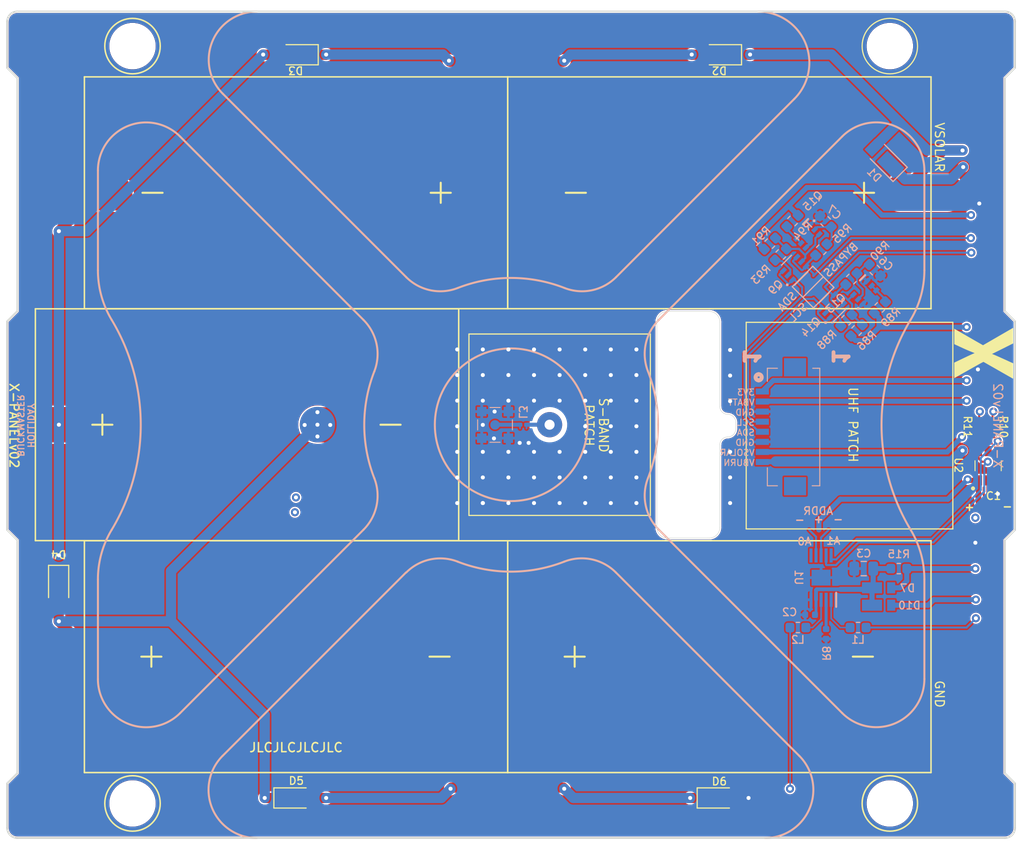
<source format=kicad_pcb>
(kicad_pcb (version 20200104) (host pcbnew "(5.99.0-868-g2a1594d07)")
  (layers (0 "F.Cu" signal) (1 "In1.Cu" signal hide) (2 "In2.Cu" signal hide) (3 "In3.Cu" signal hide) (4 "In4.Cu" signal hide) (31 "B.Cu" signal hide) (34 "B.Paste" user hide) (35 "F.Paste" user) (36 "B.SilkS" user hide) (37 "F.SilkS" user hide) (38 "B.Mask" user hide) (39 "F.Mask" user hide) (44 "Edge.Cuts" user))
  (net 0 "")
  (net 1 "GND")
  (net 2 "+3V3")
  (net 3 "SDA")
  (net 4 "SCL")
  (net 5 "Net-(R5-Pad1)")
  (net 6 "Net-(U1-Pad6)")
  (net 7 "/torque-coil")
  (net 8 "Net-(C2-Pad1)")
  (net 9 "Net-(D1-Pad2)")
  (net 10 "Net-(D2-Pad2)")
  (net 11 "Net-(D3-Pad2)")
  (net 12 "Net-(D4-Pad2)")
  (net 13 "Net-(R4-Pad1)")
  (net 14 "Net-(R8-Pad2)")
  (net 15 "Net-(R1-Pad1)")
  (net 16 "Net-(U2-Pad5)")
  (net 17 "/VBURN")
  (net 18 "Net-(J1-PadMP1)")
  (net 19 "VBATT")
  (net 20 "Net-(L1-Pad2)")
  (net 21 "Net-(L2-Pad2)")
  (net 22 "Net-(AE1-Pad1)")
  (net 23 "Net-(C4-Pad1)")
  (net 24 "/VSOLAR")
  (net 25 "Net-(D5-Pad2)")
  (net 26 "Net-(C6-Pad1)")
  (net 27 "Net-(C7-Pad1)")
  (net 28 "SDA1_b4iso")
  (net 29 "SCL1_b4iso")
  (net 30 "Net-(Q9-Pad2)")
  (net 31 "Net-(Q13-Pad2)")
  (net 32 "Net-(Q14-Pad2)")
  (net 33 "Net-(Q15-Pad3)")
  (net 34 "Net-(Q13-Pad6)")
  (net 35 "Net-(Q15-Pad5)")
  (module "custom-footprints:xpanel" (layer "F.Cu") (at 195.3895 97.917 90)
    (fp_text reference "Ref**" hide)
    (fp_text value "Val**" hide)
  )
  (module "Resistor_SMD:R_0402_1005Metric" (layer "F.Cu") (at 194.945 105.283 90)
    (fp_text reference "R11" (at 0.0635 -1.143 270 unlocked) (layer "F.SilkS") (effects (font (size 0.762 0.762) (thickness 0.127))))
    (fp_text value "10K")
    (pad "2" smd roundrect (at 0.485 0 90) (size 0.59 0.64) (layers "F.Cu" "F.Paste" "F.Mask") (net 2 "+3V3"))
    (pad "1" smd roundrect (at -0.485 0 90) (size 0.59 0.64) (layers "F.Cu" "F.Paste" "F.Mask") (net 3 "SDA"))
  )
  (module "Resistor_SMD:R_0402_1005Metric" (layer "F.Cu") (at 196.2785 105.283 90)
    (fp_text reference "R10" (at 0.0635 1.0795 270 unlocked) (layer "F.SilkS") (effects (font (size 0.762 0.762) (thickness 0.127))))
    (fp_text value "10K")
    (pad "2" smd roundrect (at 0.485 0 90) (size 0.59 0.64) (layers "F.Cu" "F.Paste" "F.Mask") (net 2 "+3V3"))
    (pad "1" smd roundrect (at -0.485 0 90) (size 0.59 0.64) (layers "F.Cu" "F.Paste" "F.Mask") (net 4 "SCL"))
  )
  (module "custom-footprints:BSS138DWQ-7" (layer "B.Cu") (at 177.947534 86.31634 -135)
    (fp_text reference "Q15" (at -2.82829 2.138909 -315) (layer "B.SilkS") (effects (font (size 0.762 0.762) (thickness 0.127)) (justify mirror)))
    (fp_text value "BSS138DWQ-7" hide)
    (pad "1" smd rect (at -0.95 0.65 135) (size 0.4 0.6) (layers "B.Cu" "B.Paste" "B.Mask") (net 1 "GND"))
    (pad "2" smd rect (at -0.95 0 135) (size 0.4 0.6) (layers "B.Cu" "B.Paste" "B.Mask") (net 27 "Net-(C7-Pad1)"))
    (pad "3" smd rect (at -0.95 -0.65 135) (size 0.4 0.6) (layers "B.Cu" "B.Paste" "B.Mask") (net 33 "Net-(Q15-Pad3)"))
    (pad "4" smd rect (at 0.95 -0.65 135) (size 0.4 0.6) (layers "B.Cu" "B.Paste" "B.Mask") (net 1 "GND"))
    (pad "5" smd rect (at 0.95 0 135) (size 0.4 0.6) (layers "B.Cu" "B.Paste" "B.Mask") (net 35 "Net-(Q15-Pad5)"))
    (pad "6" smd rect (at 0.95 0.65 135) (size 0.4 0.6) (layers "B.Cu" "B.Paste" "B.Mask") (net 35 "Net-(Q15-Pad5)"))
  )
  (module "custom-footprints:SOD-323HE" (layer "B.Cu") (at 184.8612 122.9106)
    (fp_text reference "D10" (at 3.1623 0.0254) (layer "B.SilkS") (effects (font (size 0.762 0.762) (thickness 0.127)) (justify mirror)))
    (fp_text value "SBD")
    (pad "2" smd rect (at 1.35 0) (size 0.8 1.1) (layers "B.Cu" "B.Paste" "B.Mask") (net 19 "VBATT"))
    (pad "1" smd rect (at -0.55 0) (size 2 1.1) (layers "B.Cu" "B.Paste" "B.Mask") (net 8 "Net-(C2-Pad1)"))
  )
  (module "custom-footprints:SOD-323HE" (layer "B.Cu") (at 184.8612 121.1834)
    (fp_text reference "D7" (at 2.9718 0.0381) (layer "B.SilkS") (effects (font (size 0.762 0.762) (thickness 0.127)) (justify mirror)))
    (fp_text value "SBD")
    (pad "2" smd rect (at 1.35 0) (size 0.8 1.1) (layers "B.Cu" "B.Paste" "B.Mask") (net 2 "+3V3"))
    (pad "1" smd rect (at -0.55 0) (size 2 1.1) (layers "B.Cu" "B.Paste" "B.Mask") (net 8 "Net-(C2-Pad1)"))
  )
  (module "Package_TO_SOT_SMD:SOT-363_SC-70-6" (layer "B.Cu") (at 176.641759 89.504714 45)
    (fp_text reference "Q9" (at -2.659814 -0.01271 45) (layer "B.SilkS") (effects (font (size 0.762 0.762) (thickness 0.127)) (justify mirror)))
    (fp_text value "MBT2222ADW1T1")
    (pad "1" smd rect (at -0.95 0.65 45) (size 0.65 0.4) (layers "B.Cu" "B.Paste" "B.Mask") (net 28 "SDA1_b4iso"))
    (pad "3" smd rect (at -0.95 -0.65 45) (size 0.65 0.4) (layers "B.Cu" "B.Paste" "B.Mask") (net 28 "SDA1_b4iso"))
    (pad "5" smd rect (at 0.95 0 45) (size 0.65 0.4) (layers "B.Cu" "B.Paste" "B.Mask") (net 33 "Net-(Q15-Pad3)"))
    (pad "2" smd rect (at -0.95 0 45) (size 0.65 0.4) (layers "B.Cu" "B.Paste" "B.Mask") (net 30 "Net-(Q9-Pad2)"))
    (pad "4" smd rect (at 0.95 -0.65 45) (size 0.65 0.4) (layers "B.Cu" "B.Paste" "B.Mask") (net 3 "SDA"))
    (pad "6" smd rect (at 0.95 0.65 45) (size 0.65 0.4) (layers "B.Cu" "B.Paste" "B.Mask") (net 3 "SDA"))
  )
  (module "Resistor_SMD:R_0603_1608Metric" (layer "B.Cu") (at 182.785923 95.648878 45)
    (fp_text reference "R86" (at 0 1.43 45) (layer "B.SilkS") (effects (font (size 0.762 0.762) (thickness 0.127)) (justify mirror)))
    (fp_text value "10K")
    (pad "1" smd roundrect (at -0.7875 0 45) (size 0.875 0.95) (layers "B.Cu" "B.Paste" "B.Mask") (net 2 "+3V3"))
    (pad "2" smd roundrect (at 0.7875 0 45) (size 0.875 0.95) (layers "B.Cu" "B.Paste" "B.Mask") (net 34 "Net-(Q13-Pad6)"))
  )
  (module "Capacitor_SMD:C_0603_1608Metric" (layer "B.Cu") (at 184.5945 89.662 -45)
    (fp_text reference "C6" (at 0.314309 -1.212335 -45) (layer "B.SilkS") (effects (font (size 0.762 0.762) (thickness 0.127)) (justify mirror)))
    (fp_text value "10nF")
    (pad "1" smd roundrect (at -0.7875 0 315) (size 0.875 0.95) (layers "B.Cu" "B.Paste" "B.Mask") (net 26 "Net-(C6-Pad1)"))
    (pad "2" smd roundrect (at 0.7875 0 315) (size 0.875 0.95) (layers "B.Cu" "B.Paste" "B.Mask") (net 1 "GND"))
  )
  (module "Capacitor_SMD:C_0603_1608Metric" (layer "B.Cu") (at 179.705 84.835999 135)
    (fp_text reference "C7" (at 0.044901 1.212335 315) (layer "B.SilkS") (effects (font (size 0.762 0.762) (thickness 0.127)) (justify mirror)))
    (fp_text value "10nF")
    (pad "1" smd roundrect (at -0.7875 0 135) (size 0.875 0.95) (layers "B.Cu" "B.Paste" "B.Mask") (net 27 "Net-(C7-Pad1)"))
    (pad "2" smd roundrect (at 0.7875 0 135) (size 0.875 0.95) (layers "B.Cu" "B.Paste" "B.Mask") (net 1 "GND"))
  )
  (module "Resistor_SMD:R_0603_1608Metric" (layer "B.Cu") (at 186.9694 119.2784 180)
    (fp_text reference "R15" (at 0 1.43) (layer "B.SilkS") (effects (font (size 0.762 0.762) (thickness 0.127)) (justify mirror)))
    (fp_text value "0")
    (pad "2" smd roundrect (at 0.7875 0 180) (size 0.875 0.95) (layers "B.Cu" "B.Paste" "B.Mask") (net 8 "Net-(C2-Pad1)"))
    (pad "1" smd roundrect (at -0.7875 0 180) (size 0.875 0.95) (layers "B.Cu" "B.Paste" "B.Mask") (net 2 "+3V3"))
  )
  (module "Resistor_SMD:R_0603_1608Metric" (layer "B.Cu") (at 181.771113 94.634068 -135)
    (fp_text reference "R88" (at 2.749617 -0.007297 -315) (layer "B.SilkS") (effects (font (size 0.762 0.762) (thickness 0.127)) (justify mirror)))
    (fp_text value "600")
    (pad "1" smd roundrect (at -0.7875 0 225) (size 0.875 0.95) (layers "B.Cu" "B.Paste" "B.Mask") (net 34 "Net-(Q13-Pad6)"))
    (pad "2" smd roundrect (at 0.7875 0 225) (size 0.875 0.95) (layers "B.Cu" "B.Paste" "B.Mask") (net 32 "Net-(Q14-Pad2)"))
  )
  (module "Resistor_SMD:R_0603_1608Metric" (layer "B.Cu") (at 185.083257 93.365796 -135)
    (fp_text reference "R89" (at -0.073213 -1.480644 45) (layer "B.SilkS") (effects (font (size 0.762 0.762) (thickness 0.127)) (justify mirror)))
    (fp_text value "10K")
    (pad "2" smd roundrect (at 0.7875 0 225) (size 0.875 0.95) (layers "B.Cu" "B.Paste" "B.Mask") (net 2 "+3V3"))
    (pad "1" smd roundrect (at -0.7875 0 225) (size 0.875 0.95) (layers "B.Cu" "B.Paste" "B.Mask") (net 31 "Net-(Q13-Pad2)"))
  )
  (module "Resistor_SMD:R_0603_1608Metric" (layer "B.Cu") (at 182.264363 90.546902 -135)
    (fp_text reference "R90" (at -3.979625 -0.034107 -315) (layer "B.SilkS") (effects (font (size 0.762 0.762) (thickness 0.127)) (justify mirror)))
    (fp_text value "100K")
    (pad "2" smd roundrect (at 0.7875 0 225) (size 0.875 0.95) (layers "B.Cu" "B.Paste" "B.Mask") (net 4 "SCL"))
    (pad "1" smd roundrect (at -0.7875 0 225) (size 0.875 0.95) (layers "B.Cu" "B.Paste" "B.Mask") (net 26 "Net-(C6-Pad1)"))
  )
  (module "Resistor_SMD:R_0603_1608Metric" (layer "B.Cu") (at 174.173816 87.036771 45)
    (fp_text reference "R91" (at -0.100441 -1.147342 45) (layer "B.SilkS") (effects (font (size 0.762 0.762) (thickness 0.127)) (justify mirror)))
    (fp_text value "10K")
    (pad "1" smd roundrect (at -0.7875 0 45) (size 0.875 0.95) (layers "B.Cu" "B.Paste" "B.Mask") (net 2 "+3V3"))
    (pad "2" smd roundrect (at 0.7875 0 45) (size 0.875 0.95) (layers "B.Cu" "B.Paste" "B.Mask") (net 33 "Net-(Q15-Pad3)"))
  )
  (module "Resistor_SMD:R_0603_1608Metric" (layer "B.Cu") (at 175.26 88.1126 45)
    (fp_text reference "R93" (at -2.80184 0.017961 45) (layer "B.SilkS") (effects (font (size 0.762 0.762) (thickness 0.127)) (justify mirror)))
    (fp_text value "600")
    (pad "1" smd roundrect (at -0.7875 0 45) (size 0.875 0.95) (layers "B.Cu" "B.Paste" "B.Mask") (net 30 "Net-(Q9-Pad2)"))
    (pad "2" smd roundrect (at 0.7875 0 45) (size 0.875 0.95) (layers "B.Cu" "B.Paste" "B.Mask") (net 33 "Net-(Q15-Pad3)"))
  )
  (module "Resistor_SMD:R_0603_1608Metric" (layer "B.Cu") (at 176.42089 84.789697 45)
    (fp_text reference "R94" (at 0 1.43 45) (layer "B.SilkS") (effects (font (size 0.762 0.762) (thickness 0.127)) (justify mirror)))
    (fp_text value "10K")
    (pad "2" smd roundrect (at 0.7875 0 45) (size 0.875 0.95) (layers "B.Cu" "B.Paste" "B.Mask") (net 2 "+3V3"))
    (pad "1" smd roundrect (at -0.7875 0 45) (size 0.875 0.95) (layers "B.Cu" "B.Paste" "B.Mask") (net 35 "Net-(Q15-Pad5)"))
  )
  (module "Resistor_SMD:R_0603_1608Metric" (layer "B.Cu") (at 179.276612 87.645419 -135)
    (fp_text reference "R95" (at -2.603784 -0.336914 -315) (layer "B.SilkS") (effects (font (size 0.762 0.762) (thickness 0.127)) (justify mirror)))
    (fp_text value "100K")
    (pad "1" smd roundrect (at -0.7875 0 225) (size 0.875 0.95) (layers "B.Cu" "B.Paste" "B.Mask") (net 27 "Net-(C7-Pad1)"))
    (pad "2" smd roundrect (at 0.7875 0 225) (size 0.875 0.95) (layers "B.Cu" "B.Paste" "B.Mask") (net 3 "SDA"))
  )
  (module "Package_TO_SOT_SMD:SOT-363_SC-70-6" (layer "B.Cu") (at 180.370193 93.233148 45)
    (fp_text reference "Q14" (at -2.974123 -0.032061 45) (layer "B.SilkS") (effects (font (size 0.762 0.762) (thickness 0.127)) (justify mirror)))
    (fp_text value "MBT2222ADW1T1")
    (pad "1" smd rect (at -0.95 0.65 45) (size 0.65 0.4) (layers "B.Cu" "B.Paste" "B.Mask") (net 29 "SCL1_b4iso"))
    (pad "3" smd rect (at -0.95 -0.65 45) (size 0.65 0.4) (layers "B.Cu" "B.Paste" "B.Mask") (net 29 "SCL1_b4iso"))
    (pad "5" smd rect (at 0.95 0 45) (size 0.65 0.4) (layers "B.Cu" "B.Paste" "B.Mask") (net 34 "Net-(Q13-Pad6)"))
    (pad "2" smd rect (at -0.95 0 45) (size 0.65 0.4) (layers "B.Cu" "B.Paste" "B.Mask") (net 32 "Net-(Q14-Pad2)"))
    (pad "4" smd rect (at 0.95 -0.65 45) (size 0.65 0.4) (layers "B.Cu" "B.Paste" "B.Mask") (net 4 "SCL"))
    (pad "6" smd rect (at 0.95 0.65 45) (size 0.65 0.4) (layers "B.Cu" "B.Paste" "B.Mask") (net 4 "SCL"))
  )
  (module "custom-footprints:BSS138DWQ-7" (layer "B.Cu") (at 183.602422 91.884961 -135)
    (fp_text reference "Q13" (at 2.812191 1.284896 45) (layer "B.SilkS") (effects (font (size 0.762 0.762) (thickness 0.127)) (justify mirror)))
    (fp_text value "BSS138DWQ-7" hide)
    (pad "1" smd rect (at -0.95 0.65 135) (size 0.4 0.6) (layers "B.Cu" "B.Paste" "B.Mask") (net 1 "GND"))
    (pad "2" smd rect (at -0.95 0 135) (size 0.4 0.6) (layers "B.Cu" "B.Paste" "B.Mask") (net 31 "Net-(Q13-Pad2)"))
    (pad "3" smd rect (at -0.95 -0.65 135) (size 0.4 0.6) (layers "B.Cu" "B.Paste" "B.Mask") (net 31 "Net-(Q13-Pad2)"))
    (pad "4" smd rect (at 0.95 -0.65 135) (size 0.4 0.6) (layers "B.Cu" "B.Paste" "B.Mask") (net 1 "GND"))
    (pad "5" smd rect (at 0.95 0 135) (size 0.4 0.6) (layers "B.Cu" "B.Paste" "B.Mask") (net 26 "Net-(C6-Pad1)"))
    (pad "6" smd rect (at 0.95 0.65 135) (size 0.4 0.6) (layers "B.Cu" "B.Paste" "B.Mask") (net 34 "Net-(Q13-Pad6)"))
  )
  (module "custom-footprints:TSL2561" (layer "F.Cu") (at 195.8315 109.07268 90)
    (fp_text reference "U2" (at 0.05588 -2.9439 270 unlocked) (layer "F.SilkS") (effects (font (size 0.762 0.762) (thickness 0.127))))
    (fp_text value "TSL2561" hide)
    (pad "1" smd rect (at -1.45 -0.95 180) (size 0.7 1) (layers "F.Cu" "F.Paste" "F.Mask") (net 2 "+3V3"))
    (pad "2" smd rect (at -1.45 0 180) (size 0.7 1) (layers "F.Cu" "F.Paste" "F.Mask") (net 15 "Net-(R1-Pad1)"))
    (pad "3" smd rect (at -1.45 0.95 180) (size 0.7 1) (layers "F.Cu" "F.Paste" "F.Mask") (net 1 "GND"))
    (pad "4" smd rect (at 1.45 0.95 180) (size 0.7 1) (layers "F.Cu" "F.Paste" "F.Mask") (net 4 "SCL"))
    (pad "5" smd rect (at 1.45 0 180) (size 0.7 1) (layers "F.Cu" "F.Paste" "F.Mask") (net 16 "Net-(U2-Pad5)"))
    (pad "6" smd rect (at 1.45 -0.95 180) (size 0.7 1) (layers "F.Cu" "F.Paste" "F.Mask") (net 3 "SDA"))
  )
  (module "Capacitor_SMD:C_0402_1005Metric" (layer "F.Cu") (at 194.3735 112.04448 180)
    (fp_text reference "C1" (at -1.9939 -0.0254 unlocked) (layer "F.SilkS") (effects (font (size 0.762 0.762) (thickness 0.127))))
    (fp_text value "0.1uF")
    (pad "1" smd roundrect (at -0.485 0 180) (size 0.59 0.64) (layers "F.Cu" "F.Paste" "F.Mask") (net 2 "+3V3"))
    (pad "2" smd roundrect (at 0.485 0 180) (size 0.59 0.64) (layers "F.Cu" "F.Paste" "F.Mask") (net 1 "GND"))
  )
  (module "Inductor_SMD:L_0603_1608Metric" (layer "B.Cu") (at 182.92506 125.12748 180)
    (fp_text reference "L1" (at 0 -1.2065) (layer "B.SilkS") (effects (font (size 0.762 0.762) (thickness 0.127)) (justify mirror)))
    (fp_text value "TBD")
    (pad "2" smd roundrect (at 0.7875 0 180) (size 0.875 0.95) (layers "B.Cu" "B.Paste" "B.Mask") (net 20 "Net-(L1-Pad2)"))
    (pad "1" smd roundrect (at -0.7875 0 180) (size 0.875 0.95) (layers "B.Cu" "B.Paste" "B.Mask") (net 7 "/torque-coil"))
  )
  (module "Capacitor_SMD:C_0402_1005Metric" (layer "B.Cu") (at 178.16256 123.85748 180)
    (fp_text reference "C2" (at 2.032 0.254 unlocked) (layer "B.SilkS") (effects (font (size 0.762 0.762) (thickness 0.127)) (justify mirror)))
    (fp_text value "0.1uF")
    (pad "2" smd roundrect (at 0.485 0 180) (size 0.59 0.64) (layers "B.Cu" "B.Paste" "B.Mask") (net 1 "GND"))
    (pad "1" smd roundrect (at -0.485 0 180) (size 0.59 0.64) (layers "B.Cu" "B.Paste" "B.Mask") (net 8 "Net-(C2-Pad1)"))
  )
  (module "Inductor_SMD:L_0603_1608Metric" (layer "B.Cu") (at 176.95606 125.12748)
    (fp_text reference "L2" (at 0 1.2065) (layer "B.SilkS") (effects (font (size 0.762 0.762) (thickness 0.127)) (justify mirror)))
    (fp_text value "TBD")
    (pad "2" smd roundrect (at 0.7875 0) (size 0.875 0.95) (layers "B.Cu" "B.Paste" "B.Mask") (net 21 "Net-(L2-Pad2)"))
    (pad "1" smd roundrect (at -0.7875 0) (size 0.875 0.95) (layers "B.Cu" "B.Paste" "B.Mask") (net 7 "/torque-coil"))
  )
  (module "Capacitor_SMD:C_0805_2012Metric" (layer "B.Cu") (at 183.4896 119.2784 180)
    (fp_text reference "C3" (at 0 1.4986 unlocked) (layer "B.SilkS") (effects (font (size 0.762 0.762) (thickness 0.127)) (justify mirror)))
    (fp_text value "10uF")
    (pad "2" smd roundrect (at 0.9375 0 180) (size 0.975 1.4) (layers "B.Cu" "B.Paste" "B.Mask") (net 1 "GND"))
    (pad "1" smd roundrect (at -0.9375 0 180) (size 0.975 1.4) (layers "B.Cu" "B.Paste" "B.Mask") (net 8 "Net-(C2-Pad1)"))
  )
  (module "Resistor_SMD:R_0402_1005Metric" (layer "B.Cu") (at 179.75476 125.76248 90)
    (fp_text reference "R8" (at -1.9304 0.008 270 unlocked) (layer "B.SilkS") (effects (font (size 0.762 0.762) (thickness 0.127)) (justify mirror)))
    (fp_text value "0")
    (pad "2" smd roundrect (at 0.485 0 90) (size 0.59 0.64) (layers "B.Cu" "B.Paste" "B.Mask") (net 14 "Net-(R8-Pad2)"))
    (pad "1" smd roundrect (at -0.485 0 90) (size 0.59 0.64) (layers "B.Cu" "B.Paste" "B.Mask") (net 1 "GND"))
  )
  (module "custom-footprints:DRV8830DGQR" (layer "B.Cu") (at 179.25476 120.17448 90)
    (fp_text reference "U1" (at 0.0274 -2.2193 270 unlocked) (layer "B.SilkS") (effects (font (size 0.762 0.762) (thickness 0.127)) (justify mirror)))
    (fp_text value "DRV8830DGQR" hide)
    (pad "11" smd rect (at 0 0 90) (size 1.57 1.88) (layers "B.Cu" "B.Paste" "B.Mask") (net 1 "GND"))
    (pad "10" smd rect (at 2.2 1) (size 0.3 1.4) (layers "B.Cu" "B.Paste" "B.Mask") (net 4 "SCL"))
    (pad "9" smd rect (at 2.2 0.5) (size 0.3 1.4) (layers "B.Cu" "B.Paste" "B.Mask") (net 3 "SDA"))
    (pad "8" smd rect (at 2.2 0) (size 0.3 1.4) (layers "B.Cu" "B.Paste" "B.Mask") (net 13 "Net-(R4-Pad1)"))
    (pad "7" smd rect (at 2.2 -0.5) (size 0.3 1.4) (layers "B.Cu" "B.Paste" "B.Mask") (net 5 "Net-(R5-Pad1)"))
    (pad "6" smd rect (at 2.2 -1) (size 0.3 1.4) (layers "B.Cu" "B.Paste" "B.Mask") (net 6 "Net-(U1-Pad6)"))
    (pad "5" smd rect (at -2.2 -1) (size 0.3 1.4) (layers "B.Cu" "B.Paste" "B.Mask") (net 1 "GND"))
    (pad "4" smd rect (at -2.2 -0.5) (size 0.3 1.4) (layers "B.Cu" "B.Paste" "B.Mask") (net 8 "Net-(C2-Pad1)"))
    (pad "3" smd rect (at -2.2 0) (size 0.3 1.4) (layers "B.Cu" "B.Paste" "B.Mask") (net 21 "Net-(L2-Pad2)"))
    (pad "2" smd rect (at -2.2 0.5) (size 0.3 1.4) (layers "B.Cu" "B.Paste" "B.Mask") (net 14 "Net-(R8-Pad2)"))
    (pad "1" smd rect (at -2.2 1) (size 0.3 1.4) (layers "B.Cu" "B.Paste" "B.Mask") (net 20 "Net-(L1-Pad2)"))
  )
  (module "custom-footprints:XF3M108151B" (layer "B.Cu") (at 173.9265 104.2035 -90)
    (fp_text reference "J1" hide)
    (fp_text value "XF3M(1)-0815-1B" hide)
    (pad "8" smd rect (at 4.5 0.5 270) (size 0.6 1.3) (layers "B.Cu" "B.Paste" "B.Mask") (net 17 "/VBURN"))
    (pad "7" smd rect (at 3.5 0.5 270) (size 0.6 1.3) (layers "B.Cu" "B.Paste" "B.Mask") (net 24 "/VSOLAR"))
    (pad "MP2" smd rect (at 6.9 -2.75 270) (size 1.8 2.2) (layers "B.Cu" "B.Paste" "B.Mask") (net 18 "Net-(J1-PadMP1)"))
    (pad "MP1" smd rect (at -4.9 -2.75 270) (size 1.8 2.2) (layers "B.Cu" "B.Paste" "B.Mask") (net 18 "Net-(J1-PadMP1)"))
    (pad "6" smd rect (at 2.5 0.5 270) (size 0.6 1.3) (layers "B.Cu" "B.Paste" "B.Mask") (net 1 "GND"))
    (pad "5" smd rect (at 1.5 0.5 270) (size 0.6 1.3) (layers "B.Cu" "B.Paste" "B.Mask") (net 28 "SDA1_b4iso"))
    (pad "4" smd rect (at 0.5 0.5 270) (size 0.6 1.3) (layers "B.Cu" "B.Paste" "B.Mask") (net 29 "SCL1_b4iso"))
    (pad "3" smd rect (at -0.5 0.5 270) (size 0.6 1.3) (layers "B.Cu" "B.Paste" "B.Mask") (net 1 "GND"))
    (pad "2" smd rect (at -1.5 0.5 270) (size 0.6 1.3) (layers "B.Cu" "B.Paste" "B.Mask") (net 19 "VBATT"))
    (pad "1" smd rect (at -2.5 0.5 270) (size 0.6 1.3) (layers "B.Cu" "B.Paste" "B.Mask") (net 2 "+3V3"))
  )
  (module "Diode_SMD:D_PowerDI-123" (layer "F.Cu") (at 169.164 142.0368)
    (fp_text reference "D6" (at 0 -1.6383) (layer "F.SilkS") (effects (font (size 0.762 0.762) (thickness 0.127))))
    (fp_text value "SBD")
    (pad "2" smd rect (at 1.525 0 180) (size 1.05 1.5) (layers "F.Cu" "F.Paste" "F.Mask") (net 1 "GND"))
    (pad "1" smd rect (at -0.85 0 180) (size 2.4 1.5) (layers "F.Cu" "F.Paste" "F.Mask") (net 25 "Net-(D5-Pad2)"))
  )
  (module "MountingHole:MountingHole_4.3mm_M4" (layer "F.Cu") (at 110.937827 142.580381)
    (fp_text reference "H4" hide)
    (fp_text value "MountingHole")
    (pad "1" np_thru_hole circle (at 0 0) (size 4.3 4.3) (drill 4.3) (layers *.Cu *.Mask))
  )
  (module "MountingHole:MountingHole_4.3mm_M4" (layer "F.Cu") (at 186.079825 142.580381)
    (fp_text reference "H3" hide)
    (fp_text value "MountingHole")
    (pad "1" np_thru_hole circle (at 0 0) (size 4.3 4.3) (drill 4.3) (layers *.Cu *.Mask))
  )
  (module "MountingHole:MountingHole_4.3mm_M4" (layer "F.Cu") (at 186.079825 67.438381)
    (fp_text reference "H2" hide)
    (fp_text value "MountingHole")
    (pad "1" np_thru_hole circle (at 0 0) (size 4.3 4.3) (drill 4.3) (layers *.Cu *.Mask))
  )
  (module "MountingHole:MountingHole_4.3mm_M4" (layer "F.Cu") (at 110.937827 67.438381)
    (fp_text reference "H1" hide)
    (fp_text value "MountingHole")
    (pad "1" np_thru_hole circle (at 0 0) (size 4.3 4.3) (drill 4.3) (layers *.Cu *.Mask))
  )
  (module "Inductor_SMD:L_0201_0603Metric" (layer "B.Cu") (at 149.7076 105.0036 180)
    (fp_text reference "L3" (at 0.0381 1.2446 270 unlocked) (layer "B.SilkS") (effects (font (size 0.762 0.762) (thickness 0.127)) (justify mirror)))
    (fp_text value "TBD")
    (pad "2" smd roundrect (at 0.32 0 180) (size 0.46 0.4) (layers "B.Cu" "B.Mask") (net 23 "Net-(C4-Pad1)"))
    (pad "1" smd roundrect (at -0.32 0 180) (size 0.46 0.4) (layers "B.Cu" "B.Mask") (net 22 "Net-(AE1-Pad1)"))
  )
  (module "custom-footprints:SXP.18.4.A.02" (layer "F.Cu") (at 152.3187 105.0036)
    (fp_text reference "AE1" hide)
    (fp_text value "SXP.18.4.A.02")
    (pad "1" thru_hole circle (at 0 0) (size 2.5 2.5) (drill 1) (layers "B.Cu" "B.Mask") (net 22 "Net-(AE1-Pad1)") (clearance 0.5))
  )
  (module "custom-footprints:SM141K06L" (layer "F.Cu") (at 169.164 81.9912)
    (fp_text reference "SC1" hide)
    (fp_text value "SM141K06L")
    (pad "2" smd circle (at -18 0) (size 3.5 3.5) (layers "F.Cu" "F.Paste" "F.Mask") (net 10 "Net-(D2-Pad2)"))
    (pad "1" smd circle (at 18 0) (size 3.5 3.5) (layers "F.Cu" "F.Paste" "F.Mask") (net 9 "Net-(D1-Pad2)"))
  )
  (module "custom-footprints:SM141K06L" (layer "F.Cu") (at 122.301 105.0036 180)
    (fp_text reference "SC3" hide)
    (fp_text value "SM141K06L")
    (pad "2" smd circle (at -18 0 180) (size 3.5 3.5) (layers "F.Cu" "F.Paste" "F.Mask") (net 12 "Net-(D4-Pad2)"))
    (pad "1" smd circle (at 18 0 180) (size 3.5 3.5) (layers "F.Cu" "F.Paste" "F.Mask") (net 11 "Net-(D3-Pad2)"))
  )
  (module "custom-footprints:SM141K06L" (layer "F.Cu") (at 169.164 128.016 180)
    (fp_text reference "SC6" hide)
    (fp_text value "SM141K06L")
    (pad "2" smd circle (at -18 0 180) (size 3.500001 3.500001) (layers "F.Cu" "F.Paste" "F.Mask") (net 1 "GND"))
    (pad "1" smd circle (at 18 0 180) (size 3.5 3.5) (layers "F.Cu" "F.Paste" "F.Mask") (net 25 "Net-(D5-Pad2)"))
  )
  (module "custom-footprints:SM141K06L" (layer "F.Cu") (at 127.164 128.016 180)
    (fp_text reference "SC5" hide)
    (fp_text value "SM141K06L")
    (pad "2" smd circle (at -18 0 180) (size 3.5 3.5) (layers "F.Cu" "F.Paste" "F.Mask") (net 25 "Net-(D5-Pad2)"))
    (pad "1" smd circle (at 18 0 180) (size 3.5 3.5) (layers "F.Cu" "F.Paste" "F.Mask") (net 12 "Net-(D4-Pad2)"))
  )
  (module "custom-footprints:SM141K06L" (layer "F.Cu") (at 127.164 81.9912)
    (fp_text reference "SC2" hide)
    (fp_text value "SM141K06L")
    (pad "2" smd circle (at -18 0) (size 3.5 3.5) (layers "F.Cu" "F.Paste" "F.Mask") (net 11 "Net-(D3-Pad2)"))
    (pad "1" smd circle (at 18 0) (size 3.5 3.5) (layers "F.Cu" "F.Paste" "F.Mask") (net 10 "Net-(D2-Pad2)"))
  )
  (module "custom-footprints:0734152063" (layer "B.Cu") (at 146.90598 105.01884)
    (fp_text reference "J2" hide)
    (fp_text value "MMCX_SMD" hide)
    (pad "5" smd rect (at 1.32 1.32 270) (size 0.94 0.94) (layers "B.Cu" "B.Paste" "B.Mask") (net 1 "GND"))
    (pad "4" smd rect (at 1.32 -1.32 270) (size 0.94 0.94) (layers "B.Cu" "B.Paste" "B.Mask") (net 1 "GND"))
    (pad "3" smd rect (at -1.32 -1.32 270) (size 0.94 0.94) (layers "B.Cu" "B.Paste" "B.Mask") (net 1 "GND"))
    (pad "2" smd rect (at -1.32 1.32 270) (size 0.94 0.94) (layers "B.Cu" "B.Paste" "B.Mask") (net 1 "GND"))
    (pad "1" smd circle (at 0 0 270) (size 0.94 0.94) (layers "B.Cu" "B.Paste" "B.Mask") (net 23 "Net-(C4-Pad1)"))
  )
  (module "Fiducial:Fiducial_0.75mm_Mask1.5mm" (layer "F.Cu") (at 99.6696 144.78)
    (fp_text reference "FID3" hide)
    (fp_text value "Fiducial")
    (pad "" smd circle (at 0 0) (size 0.75 0.75) (layers "F.Cu" "F.Mask") (clearance 0.375))
  )
  (module "Fiducial:Fiducial_0.75mm_Mask1.5mm" (layer "F.Cu") (at 99.9236 65.278)
    (fp_text reference "FID2" hide)
    (fp_text value "Fiducial")
    (pad "" smd circle (at 0 0) (size 0.75 0.75) (layers "F.Cu" "F.Mask") (clearance 0.375))
  )
  (module "Fiducial:Fiducial_0.75mm_Mask1.5mm" (layer "F.Cu") (at 197.2056 65.3796)
    (fp_text reference "FID1" hide)
    (fp_text value "Fiducial")
    (pad "" smd circle (at 0 0) (size 0.75 0.75) (layers "F.Cu" "F.Mask") (clearance 0.375))
  )
  (module "Diode_SMD:D_PowerDI-123" (layer "F.Cu") (at 127.164 142.0368)
    (fp_text reference "D5" (at 0.0265 -1.7018 unlocked) (layer "F.SilkS") (effects (font (size 0.762 0.762) (thickness 0.127))))
    (fp_text value "SBD")
    (pad "2" smd rect (at 1.525 0 180) (size 1.05 1.5) (layers "F.Cu" "F.Paste" "F.Mask") (net 25 "Net-(D5-Pad2)"))
    (pad "1" smd rect (at -0.85 0 180) (size 2.4 1.5) (layers "F.Cu" "F.Paste" "F.Mask") (net 12 "Net-(D4-Pad2)"))
  )
  (module "Diode_SMD:D_PowerDI-123" (layer "F.Cu") (at 103.6066 121.158 -90)
    (fp_text reference "D4" (at -3.302 0 180 unlocked) (layer "F.SilkS") (effects (font (size 0.762 0.762) (thickness 0.127))))
    (fp_text value "SBD")
    (pad "2" smd rect (at 1.525 0 90) (size 1.05 1.5) (layers "F.Cu" "F.Paste" "F.Mask") (net 12 "Net-(D4-Pad2)"))
    (pad "1" smd rect (at -0.85 0 90) (size 2.4 1.5) (layers "F.Cu" "F.Paste" "F.Mask") (net 11 "Net-(D3-Pad2)"))
  )
  (module "Diode_SMD:D_PowerDI-123" (layer "F.Cu") (at 127.164 68.29552 180)
    (fp_text reference "D3" (at 0.037 -1.55448 180 unlocked) (layer "F.SilkS") (effects (font (size 0.762 0.762) (thickness 0.127))))
    (fp_text value "SBD")
    (pad "2" smd rect (at 1.525 0) (size 1.05 1.5) (layers "F.Cu" "F.Paste" "F.Mask") (net 11 "Net-(D3-Pad2)"))
    (pad "1" smd rect (at -0.85 0) (size 2.4 1.5) (layers "F.Cu" "F.Paste" "F.Mask") (net 10 "Net-(D2-Pad2)"))
  )
  (module "Diode_SMD:D_PowerDI-123" (layer "F.Cu") (at 169.164 68.29552 180)
    (fp_text reference "D2" (at 0 -1.55448 180 unlocked) (layer "F.SilkS") (effects (font (size 0.762 0.762) (thickness 0.127))))
    (fp_text value "SBD")
    (pad "2" smd rect (at 1.525 0) (size 1.05 1.5) (layers "F.Cu" "F.Paste" "F.Mask") (net 10 "Net-(D2-Pad2)"))
    (pad "1" smd rect (at -0.85 0) (size 2.4 1.5) (layers "F.Cu" "F.Paste" "F.Mask") (net 9 "Net-(D1-Pad2)"))
  )
  (module "Diode_SMD:D_PowerDI-123" (layer "B.Cu") (at 185.547 78.613 135)
    (fp_text reference "D1" (at -0.404112 -1.840953 315 unlocked) (layer "B.SilkS") (effects (font (size 0.762 0.762) (thickness 0.127)) (justify mirror)))
    (fp_text value "SBD")
    (pad "2" smd rect (at 1.525 0 315) (size 1.05 1.5) (layers "B.Cu" "B.Paste" "B.Mask") (net 9 "Net-(D1-Pad2)"))
    (pad "1" smd rect (at -0.85 0 315) (size 2.4 1.5) (layers "B.Cu" "B.Paste" "B.Mask") (net 24 "/VSOLAR"))
  )
  (gr_text "JLCJLCJLCJLC" (at 127.164 137.033) (layer "F.SilkS") (effects (font (size 0.9 0.9))))
  (gr_text "1" (at 172.339 98.2345 270) (layer "B.SilkS") (effects (font (size 1.5 1.5) (thickness 0.375)) (justify mirror)))
  (gr_text "BYPASS" (at 181.229 88.646 45) (layer "B.SilkS") (effects (font (size 0.762 0.762) (thickness 0.127)) (justify mirror)))
  (gr_text "SCL" (at 176.9745 93.853 45) (layer "B.SilkS") (effects (font (size 0.762 0.762) (thickness 0.127)) (justify mirror)))
  (gr_text "SDA" (at 175.895 92.7735 45) (layer "B.SilkS") (effects (font (size 0.762 0.762) (thickness 0.127)) (justify mirror)))
  (gr_line (start 178.4985 84.836) (end 178.4985 84.709) (layer "B.SilkS") (width 0.12))
  (gr_line (start 178.4985 84.709) (end 178.6255 84.709) (layer "B.SilkS") (width 0.12))
  (gr_line (start 178.6255 84.709) (end 178.6255 84.836) (layer "B.SilkS") (width 0.12))
  (gr_line (start 178.6255 84.836) (end 178.4985 84.836) (layer "B.SilkS") (width 0.12))
  (gr_line (start 182.88 93.4085) (end 183.007 93.4085) (layer "B.SilkS") (width 0.12))
  (gr_line (start 182.88 93.5355) (end 182.88 93.4085) (layer "B.SilkS") (width 0.12))
  (gr_line (start 183.007 93.5355) (end 182.88 93.5355) (layer "B.SilkS") (width 0.12))
  (gr_line (start 183.007 93.4085) (end 183.007 93.5355) (layer "B.SilkS") (width 0.12))
  (gr_line (start 179.6415 94.9325) (end 179.6415 94.8055) (layer "B.SilkS") (width 0.12))
  (gr_line (start 179.7685 94.9325) (end 179.6415 94.9325) (layer "B.SilkS") (width 0.12))
  (gr_line (start 179.7685 94.8055) (end 179.7685 94.9325) (layer "B.SilkS") (width 0.12))
  (gr_line (start 179.6415 94.8055) (end 179.7685 94.8055) (layer "B.SilkS") (width 0.12))
  (gr_line (start 180.5305 91.3765) (end 178.435 89.281) (layer "B.SilkS") (width 0.12))
  (gr_line (start 178.4985 93.4085) (end 180.5305 91.3765) (layer "B.SilkS") (width 0.12))
  (gr_line (start 176.403 91.313) (end 178.4985 93.4085) (layer "B.SilkS") (width 0.12))
  (gr_line (start 176.403 91.313) (end 178.435 89.281) (layer "B.SilkS") (width 0.12))
  (gr_line (start 175.8315 91.059) (end 175.9585 91.059) (layer "B.SilkS") (width 0.12))
  (gr_line (start 175.8315 91.186) (end 175.8315 91.059) (layer "B.SilkS") (width 0.12))
  (gr_line (start 175.9585 91.186) (end 175.8315 91.186) (layer "B.SilkS") (width 0.12))
  (gr_line (start 175.9585 91.059) (end 175.9585 91.186) (layer "B.SilkS") (width 0.12))
  (gr_line (start 179.451 90.3605) (end 177.4825 92.329) (layer "B.SilkS") (width 0.12))
  (gr_text "+" (at 179.07 114.427 270) (layer "B.SilkS") (effects (font (size 0.762 0.762) (thickness 0.1524)) (justify mirror)))
  (gr_text "-" (at 180.9496 114.3762) (layer "B.SilkS") (effects (font (size 0.762 0.762) (thickness 0.1524)) (justify mirror)))
  (gr_text "ADDR" (at 178.9684 113.5634) (layer "B.SilkS") (effects (font (size 0.762 0.762) (thickness 0.127)) (justify mirror)))
  (gr_text "A1" (at 180.467 116.5225) (layer "B.SilkS") (effects (font (size 0.762 0.762) (thickness 0.127)) (justify mirror)))
  (gr_text "A0" (at 177.6095 116.586) (layer "B.SilkS") (effects (font (size 0.762 0.762) (thickness 0.127)) (justify mirror)))
  (gr_text "-" (at 177.1396 114.427) (layer "B.SilkS") (effects (font (size 0.762 0.762) (thickness 0.1524)) (justify mirror)))
  (gr_text "GND" (at 191.008 131.7244 270) (layer "F.SilkS") (effects (font (size 0.889 0.889) (thickness 0.127))))
  (gr_text "1" (at 181.1655 98.2345 270) (layer "B.SilkS") (effects (font (size 1.5 1.5) (thickness 0.375)) (justify mirror)))
  (gr_text "UHF PATCH" (at 182.4228 105.0036 270) (layer "F.SilkS") (effects (font (size 0.889 0.889) (thickness 0.127))))
  (gr_circle (center 186.079825 67.437) (end 188.829825 67.437) (layer "F.SilkS") (width 0.12))
  (gr_circle (center 110.937827 67.438381) (end 113.687827 67.438381) (layer "F.SilkS") (width 0.1524))
  (gr_circle (center 110.937827 142.580381) (end 113.687827 142.580381) (layer "F.SilkS") (width 0.1524))
  (gr_circle (center 186.079825 142.580381) (end 188.829825 142.580381) (layer "F.SilkS") (width 0.1524))
  (gr_text "X-PANELv02" (at 196.7992 105.0942 270) (layer "B.SilkS") (effects (font (size 0.889 0.889) (thickness 0.127)) (justify mirror)))
  (gr_line (start 170.8006 104.7894) (end 170.8006 105.399) (layer "Edge.Cuts") (width 0.05))
  (gr_line (start 169.2148 106.9848) (end 169.2148 115.1858) (layer "Edge.Cuts") (width 0.05))
  (gr_arc (start 169.9768 104.7894) (end 170.8006 104.7894) (angle -90) (layer "Edge.Cuts") (width 0.05))
  (gr_arc (start 169.9768 105.399) (end 169.9768 106.2228) (angle -90) (layer "Edge.Cuts") (width 0.05))
  (gr_arc (start 169.9768 106.9848) (end 169.9768 106.2228) (angle -90) (layer "Edge.Cuts") (width 0.05))
  (gr_arc (start 169.9768 103.2036) (end 169.2148 103.2036) (angle -90) (layer "Edge.Cuts") (width 0.05))
  (gr_line (start 192.3288 115.3442) (end 171.8288 115.3442) (layer "F.SilkS") (width 0.12))
  (gr_line (start 171.8288 94.8442) (end 171.8288 115.3442) (layer "F.SilkS") (width 0.12))
  (gr_line (start 192.3288 115.3442) (end 192.3288 94.8442) (layer "F.SilkS") (width 0.12))
  (gr_line (start 171.8288 94.8442) (end 192.3288 94.8442) (layer "F.SilkS") (width 0.12))
  (gr_text "S-BAND\nPATCH" (at 156.9593 105.05694 270) (layer "F.SilkS") (effects (font (size 0.889 0.889) (thickness 0.127))))
  (gr_line (start 144.3187 96.0036) (end 162.3187 96.0036) (layer "F.SilkS") (width 0.12))
  (gr_line (start 144.3187 114.0036) (end 162.3187 114.0036) (layer "F.SilkS") (width 0.12))
  (gr_line (start 162.3187 96.0036) (end 162.3187 114.0036) (layer "F.SilkS") (width 0.12))
  (gr_line (start 144.3187 114.0036) (end 144.3187 96.0036) (layer "F.SilkS") (width 0.12))
  (gr_arc (start 164.025416 94.8214) (end 164.025416 93.7546) (angle -90) (layer "Edge.Cuts") (width 0.05))
  (gr_arc (start 168.148 94.8214) (end 169.2148 94.8214) (angle -90) (layer "Edge.Cuts") (width 0.05))
  (gr_arc (start 164.025416 115.1858) (end 162.958616 115.1858) (angle -90) (layer "Edge.Cuts") (width 0.05))
  (gr_arc (start 168.148 115.1858) (end 168.148 116.2526) (angle -90) (layer "Edge.Cuts") (width 0.05))
  (gr_text "VSOLAR" (at 191.008 77.47 270) (layer "F.SilkS") (effects (font (size 0.889 0.889) (thickness 0.127))))
  (gr_line (start 138.077599 119.658462) (end 119.879418 137.856642) (layer "B.SilkS") (width 0.2))
  (gr_arc (start 123.255995 141.233218) (end 119.879418 137.856642) (angle -135) (layer "B.SilkS") (width 0.2))
  (gr_arc (start 173.714007 141.233218) (end 173.714007 146.008418) (angle -135) (layer "B.SilkS") (width 0.2))
  (gr_arc (start 155.515827 123.035038) (end 158.892403 119.658462) (angle -66.30701061) (layer "B.SilkS") (width 0.2))
  (gr_line (start 177.090584 137.856642) (end 158.892403 119.658462) (layer "B.SilkS") (width 0.2))
  (gr_arc (start 148.485001 105.008419) (end 143.189317 118.586239) (angle -42.61402122) (layer "B.SilkS") (width 0.2))
  (gr_line (start 189.505 79.779413) (end 189.505 89.68) (layer "B.SilkS") (width 0.2))
  (gr_arc (start 184.7298 79.779413) (end 189.505 79.779413) (angle -135) (layer "B.SilkS") (width 0.2))
  (gr_arc (start 179.98 120.336838) (end 189.505 120.336838) (angle -30.99342703) (layer "B.SilkS") (width 0.2))
  (gr_arc (start 184.7298 130.237425) (end 181.353224 133.614002) (angle -135) (layer "B.SilkS") (width 0.2))
  (gr_line (start 163.155044 94.601017) (end 181.353224 76.402836) (layer "B.SilkS") (width 0.2))
  (gr_arc (start 166.53162 97.977593) (end 163.155044 94.601017) (angle -66.30701061) (layer "B.SilkS") (width 0.2))
  (gr_arc (start 148.505001 105.008419) (end 162.082821 110.304103) (angle -42.61402122) (layer "B.SilkS") (width 0.2))
  (gr_arc (start 166.53162 112.039245) (end 162.082821 110.304103) (angle -66.30701061) (layer "B.SilkS") (width 0.2))
  (gr_line (start 181.353224 133.614002) (end 163.155044 115.415821) (layer "B.SilkS") (width 0.2))
  (gr_line (start 189.505 120.336838) (end 189.505 130.237425) (layer "B.SilkS") (width 0.2))
  (gr_arc (start 205.497404 105.008419) (end 188.145082 94.584801) (angle -61.98685407) (layer "B.SilkS") (width 0.2))
  (gr_arc (start 179.98 89.68) (end 188.145082 94.584801) (angle -30.99342703) (layer "B.SilkS") (width 0.2))
  (gr_line (start 164.025416 116.2526) (end 168.148 116.2526) (layer "Edge.Cuts") (width 0.05))
  (gr_line (start 169.2148 103.2036) (end 169.2148 94.8214) (layer "Edge.Cuts") (width 0.05))
  (gr_line (start 168.148 93.7546) (end 164.025416 93.7546) (layer "Edge.Cuts") (width 0.05))
  (gr_line (start 162.958616 115.1858) (end 162.958616 94.8214) (layer "Edge.Cuts") (width 0.05))
  (gr_arc (start 117.030422 89.686061) (end 107.505422 89.686061) (angle -31) (layer "B.SilkS") (width 0.2))
  (gr_arc (start 123.276415 68.789681) (end 123.276415 64.014481) (angle -135) (layer "B.SilkS") (width 0.2))
  (gr_arc (start 148.505421 105.01448) (end 134.927601 99.718796) (angle -42.6) (layer "B.SilkS") (width 0.2))
  (gr_arc (start 141.474595 123.041099) (end 143.209737 118.5923) (angle -66.3) (layer "B.SilkS") (width 0.2))
  (gr_arc (start 130.478802 97.983654) (end 134.927601 99.718796) (angle -66.3) (layer "B.SilkS") (width 0.2))
  (gr_arc (start 112.280622 79.785474) (end 115.657198 76.408897) (angle -135) (layer "B.SilkS") (width 0.2))
  (gr_line (start 107.505422 79.785474) (end 107.505422 89.686061) (layer "B.SilkS") (width 0.2))
  (gr_arc (start 148.505421 105.01448) (end 153.801105 91.43666) (angle -42.6) (layer "B.SilkS") (width 0.2))
  (gr_line (start 115.657198 133.620063) (end 133.855378 115.421882) (layer "B.SilkS") (width 0.2))
  (gr_arc (start 173.022665 69.084502) (end 176.607711 72.669549) (angle -135) (layer "B.SilkS") (width 0.2))
  (gr_arc (start 155.536247 86.987861) (end 153.801105 91.43666) (angle -66.3) (layer "B.SilkS") (width 0.2))
  (gr_arc (start 141.474595 86.987861) (end 138.098019 90.364437) (angle -66.3) (layer "B.SilkS") (width 0.2))
  (gr_arc (start 112.280622 130.243486) (end 107.505422 130.243486) (angle -135) (layer "B.SilkS") (width 0.2))
  (gr_line (start 158.912823 90.364437) (end 176.607711 72.669549) (layer "B.SilkS") (width 0.2))
  (gr_arc (start 91.513018 105.01448) (end 108.86534 115.438098) (angle -62) (layer "B.SilkS") (width 0.2))
  (gr_line (start 133.855378 94.607078) (end 115.657198 76.408897) (layer "B.SilkS") (width 0.2))
  (gr_arc (start 130.478802 112.045306) (end 133.855378 115.421882) (angle -66.3) (layer "B.SilkS") (width 0.2))
  (gr_arc (start 117.030422 120.342899) (end 108.86534 115.438098) (angle -31) (layer "B.SilkS") (width 0.2))
  (gr_line (start 119.899838 72.166257) (end 138.098019 90.364437) (layer "B.SilkS") (width 0.2))
  (gr_line (start 107.505422 120.342899) (end 107.505422 130.243486) (layer "B.SilkS") (width 0.2))
  (gr_text "3V3\nVBATT\nGND\nSCL\nSDA\nGND\nVSOLAR\nVBURN" (at 172.72 105.283) (layer "B.SilkS") (effects (font (size 0.62 0.62) (thickness 0.1016)) (justify left mirror)))
  (gr_line (start 98.50105 69.59925) (end 98.5011 65.0036) (layer "Edge.Cuts") (width 0.1778))
  (gr_line (start 99.51715 70.61545) (end 98.50105 69.59925) (layer "Edge.Cuts") (width 0.1778))
  (gr_line (start 99.5171 93.7293) (end 99.51715 70.61545) (layer "Edge.Cuts") (width 0.1778))
  (gr_line (start 99.5171 93.7293) (end 98.501 94.7454) (layer "Edge.Cuts") (width 0.1778))
  (gr_line (start 98.501 94.7454) (end 98.5012 115.4464) (layer "Edge.Cuts") (width 0.1778))
  (gr_line (start 99.5173 116.4626) (end 98.5012 115.4464) (layer "Edge.Cuts") (width 0.1778))
  (gr_line (start 99.5173 116.4626) (end 99.51725 139.57645) (layer "Edge.Cuts") (width 0.1778))
  (gr_line (start 99.51725 139.57645) (end 98.50115 140.59255) (layer "Edge.Cuts") (width 0.1778))
  (gr_line (start 98.5011 145.0036) (end 98.50115 140.59255) (layer "Edge.Cuts") (width 0.1778))
  (gr_line (start 198.50105 69.59585) (end 198.5011 65.0036) (layer "Edge.Cuts") (width 0.1778))
  (gr_line (start 198.50105 69.59585) (end 197.48485 70.61195) (layer "Edge.Cuts") (width 0.1778))
  (gr_line (start 198.5009 94.7419) (end 197.4848 93.7258) (layer "Edge.Cuts") (width 0.1778))
  (gr_line (start 197.4848 93.7258) (end 197.48485 70.61195) (layer "Edge.Cuts") (width 0.1778))
  (gr_text "-" (at 197.739 113.21288 180) (layer "F.SilkS") (effects (font (size 0.762 0.762) (thickness 0.1524))))
  (gr_text "+" (at 193.9798 113.16208) (layer "F.SilkS") (effects (font (size 0.762 0.762) (thickness 0.1524))))
  (gr_circle (center 148.507906 105.006821) (end 148.507906 97.432821) (layer "B.SilkS") (width 0.2))
  (gr_arc (start 99.5011 145.0036) (end 98.5011 145.0036) (angle -90) (layer "Edge.Cuts") (width 0.1778))
  (gr_arc (start 99.5011 65.0036) (end 99.5011 64.0036) (angle -90) (layer "Edge.Cuts") (width 0.1778))
  (gr_arc (start 197.5009 145.0036) (end 197.5009 146.0036) (angle -90) (layer "Edge.Cuts") (width 0.1778))
  (gr_arc (start 197.5011 65.0036) (end 198.5011 65.0036) (angle -90) (layer "Edge.Cuts") (width 0.1778))
  (gr_text "HOLLIDAY\nBUCKMASTER" (at 100.33 105.0959 270) (layer "B.SilkS") (effects (font (size 0.635 0.635) (thickness 0.127)) (justify mirror)))
  (gr_text "X-PANELv02" (at 99.187 105.0925 270) (layer "F.SilkS") (effects (font (size 0.889 0.889) (thickness 0.1524))))
  (gr_line (start 198.5009 145.0036) (end 198.50095 140.59255) (layer "Edge.Cuts") (width 0.1778))
  (gr_line (start 198.5011 115.4465) (end 197.4849 116.4626) (layer "Edge.Cuts") (width 0.1778))
  (gr_line (start 197.48485 139.57645) (end 197.4849 116.4626) (layer "Edge.Cuts") (width 0.1778))
  (gr_line (start 198.50095 140.59255) (end 197.48485 139.57645) (layer "Edge.Cuts") (width 0.1778))
  (gr_line (start 99.5011 64.0036) (end 197.5011 64.0036) (layer "Edge.Cuts") (width 0.1778))
  (gr_line (start 198.5009 94.7419) (end 198.5011 115.4465) (layer "Edge.Cuts") (width 0.1778))
  (gr_line (start 197.5009 146.0036) (end 99.5011 146.0036) (layer "Edge.Cuts") (width 0.1778))
  (segment (start 183.021069 87.933431) (end 194.16391 87.933431) (width 0.2032) (layer "B.Cu") (net 4))
  (segment (start 179.626847 91.327653) (end 183.021069 87.933431) (width 0.2032) (layer "B.Cu") (net 4))
  (via (at 194.16391 87.933431) (size 0.8) (drill 0.4) (layers "F.Cu" "B.Cu") (net 4))
  (segment (start 179.75476 122.37448) (end 179.75476 125.27748) (width 0.3) (layer "B.Cu") (net 14))
  (segment (start 189.8904 122.9106) (end 190.4365 122.3645) (width 0.508) (layer "B.Cu") (net 19))
  (segment (start 186.2112 122.9106) (end 189.8904 122.9106) (width 0.508) (layer "B.Cu") (net 19))
  (segment (start 190.4365 122.3645) (end 194.6021 122.3645) (width 0.508) (layer "B.Cu") (net 19))
  (segment (start 194.6021 122.3645) (end 194.6148 122.3518) (width 0.508) (layer "B.Cu") (net 19))
  (segment (start 185.0136 95.3262) (end 193.6877 95.3262) (width 0.508) (layer "B.Cu") (net 2))
  (segment (start 193.6877 95.3262) (end 193.7004 95.3135) (width 0.508) (layer "B.Cu") (net 2))
  (via (at 193.7004 95.3135) (size 0.8) (drill 0.4) (layers "F.Cu" "B.Cu") (net 2))
  (segment (start 181.177579 93.345) (end 180.975 93.344999) (width 0.2032) (layer "B.Cu") (net 4))
  (segment (start 180.975 93.344999) (end 180.2765 92.646499) (width 0.2032) (layer "B.Cu") (net 4))
  (segment (start 180.2765 92.407602) (end 180.582325 92.101777) (width 0.2032) (layer "B.Cu") (net 4))
  (segment (start 181.501564 93.021016) (end 181.177579 93.345) (width 0.2032) (layer "B.Cu") (net 4))
  (segment (start 180.2765 92.646499) (end 180.2765 92.407602) (width 0.2032) (layer "B.Cu") (net 4))
  (segment (start 180.004342 93.599) (end 180.236939 93.599) (width 0.2032) (layer "B.Cu") (net 32))
  (segment (start 179.752394 93.850948) (end 180.004342 93.599) (width 0.2032) (layer "B.Cu") (net 32))
  (segment (start 180.236939 93.599) (end 181.1655 94.52756) (width 0.2032) (layer "B.Cu") (net 32))
  (segment (start 181.1655 94.52756) (end 181.1655 94.962401) (width 0.2032) (layer "B.Cu") (net 32))
  (segment (start 181.1655 94.962401) (end 181.304139 95.10104) (width 0.2032) (layer "B.Cu") (net 32))
  (segment (start 176.204911 89.941566) (end 176.204911 89.592538) (width 0.2032) (layer "B.Cu") (net 30))
  (segment (start 176.03287 90.113605) (end 176.204911 89.941566) (width 0.2032) (layer "B.Cu") (net 30))
  (segment (start 176.204911 89.592538) (end 175.385373 88.772999) (width 0.2032) (layer "B.Cu") (net 30))
  (segment (start 175.385373 88.772999) (end 174.796351 88.772999) (width 0.2032) (layer "B.Cu") (net 30))
  (segment (start 174.796351 88.772999) (end 174.604798 88.581446) (width 0.2032) (layer "B.Cu") (net 30))
  (segment (start 177.6095 92.519499) (end 178.435 92.5195) (width 0.2032) (layer "B.Cu") (net 29))
  (segment (start 173.4265 104.7035) (end 172.585 104.7035) (width 0.2032) (layer "B.Cu") (net 29))
  (segment (start 172.0215 98.1075) (end 177.6095 92.5195) (width 0.2032) (layer "B.Cu") (net 29))
  (segment (start 172.0215 104.14) (end 172.0215 98.1075) (width 0.2032) (layer "B.Cu") (net 29))
  (segment (start 172.585 104.7035) (end 172.0215 104.14) (width 0.2032) (layer "B.Cu") (net 29))
  (segment (start 178.435 92.5195) (end 178.513153 92.441347) (width 0.2032) (layer "B.Cu") (net 29))
  (segment (start 173.0765 105.7035) (end 171.665889 104.292889) (width 0.2032) (layer "B.Cu") (net 28))
  (segment (start 171.665889 97.955111) (end 177.370153 92.250847) (width 0.2032) (layer "B.Cu") (net 28))
  (segment (start 173.4265 105.7035) (end 173.0765 105.7035) (width 0.2032) (layer "B.Cu") (net 28))
  (segment (start 177.370153 92.250847) (end 177.370153 91.361847) (width 0.2032) (layer "B.Cu") (net 28))
  (segment (start 171.665889 104.292889) (end 171.665889 97.955111) (width 0.2032) (layer "B.Cu") (net 28))
  (segment (start 187.071 75.057) (end 189.8015 77.7875) (width 1.016) (layer "B.Cu") (net 9))
  (segment (start 180.2892 68.2752) (end 187.071 75.057) (width 1.016) (layer "B.Cu") (net 9))
  (segment (start 184.468662 77.534662) (end 186.946324 75.057) (width 1.016) (layer "B.Cu") (net 9))
  (segment (start 186.946324 75.057) (end 187.071 75.057) (width 1.016) (layer "B.Cu") (net 9))
  (segment (start 187.579 80.645) (end 192.151 80.645) (width 1.016) (layer "B.Cu") (net 24))
  (segment (start 192.151 80.645) (end 193.3575 79.4385) (width 1.016) (layer "B.Cu") (net 24))
  (segment (start 186.148041 79.214041) (end 187.579 80.645) (width 1.016) (layer "B.Cu") (net 24))
  (segment (start 189.8015 77.7875) (end 193.294 77.7875) (width 1.016) (layer "B.Cu") (net 9))
  (segment (start 172.212 68.2752) (end 180.2892 68.2752) (width 1.016) (layer "B.Cu") (net 9))
  (segment (start 187.164 81.9912) (end 191.3677 77.7875) (width 1.016) (layer "F.Cu") (net 9))
  (segment (start 191.3677 77.7875) (end 193.294 77.7875) (width 1.016) (layer "F.Cu") (net 9))
  (via (at 193.294 77.7875) (size 0.8) (drill 0.4) (layers "F.Cu" "B.Cu") (net 9))
  (via (at 193.3575 79.4385) (size 0.8) (drill 0.4) (layers "F.Cu" "B.Cu") (net 24))
  (segment (start 174.752 108.6485) (end 192.2145 108.6485) (width 1.016) (layer "B.Cu") (net 17))
  (segment (start 192.2145 108.6485) (end 193.294 107.569) (width 1.016) (layer "B.Cu") (net 17))
  (segment (start 173.482 108.6737) (end 174.625 108.6737) (width 0.508) (layer "B.Cu") (net 17))
  (segment (start 173.4185 107.7035) (end 191.7625 107.7035) (width 0.508) (layer "B.Cu") (net 24))
  (segment (start 191.7625 107.7035) (end 193.2305 106.2355) (width 0.508) (layer "B.Cu") (net 24))
  (segment (start 175.251379 100.609901) (end 179.117621 100.609901) (width 0.508) (layer "B.Cu") (net 2))
  (segment (start 175.250878 100.6094) (end 175.251379 100.609901) (width 0.508) (layer "B.Cu") (net 2))
  (segment (start 174.5126 100.6094) (end 175.250878 100.6094) (width 0.508) (layer "B.Cu") (net 2))
  (segment (start 173.4185 101.7035) (end 174.5126 100.6094) (width 0.508) (layer "B.Cu") (net 2))
  (segment (start 179.117621 100.609901) (end 179.118122 100.6094) (width 0.508) (layer "B.Cu") (net 2))
  (segment (start 179.118122 100.6094) (end 193.7004 100.6094) (width 0.508) (layer "B.Cu") (net 2))
  (segment (start 173.4243 102.6737) (end 193.6935 102.6737) (width 0.508) (layer "B.Cu") (net 19))
  (segment (start 173.4185 102.6795) (end 173.4243 102.6737) (width 0.508) (layer "B.Cu") (net 19))
  (segment (start 193.6935 102.6737) (end 193.7004 102.6668) (width 0.508) (layer "B.Cu") (net 19))
  (via (at 193.2305 106.2355) (size 0.8) (drill 0.4) (layers "F.Cu" "B.Cu") (net 24))
  (via (at 193.294 107.569) (size 0.8) (drill 0.4) (layers "F.Cu" "B.Cu") (net 17))
  (segment (start 191.8335 112.395) (end 181.1655 112.395) (width 0.508) (layer "B.Cu") (net 2))
  (segment (start 179.03966 114.52084) (end 179.03966 115.443) (width 0.508) (layer "B.Cu") (net 2))
  (segment (start 193.802 110.4265) (end 191.8335 112.395) (width 0.508) (layer "B.Cu") (net 2))
  (segment (start 181.1655 112.395) (end 179.03966 114.52084) (width 0.508) (layer "B.Cu") (net 2))
  (segment (start 195.097389 111.480611) (end 195.097389 108.305611) (width 0.2032) (layer "B.Cu") (net 4))
  (segment (start 195.097389 108.305611) (end 196.7865 106.6165) (width 0.2032) (layer "B.Cu") (net 4))
  (segment (start 190.246 116.332) (end 195.097389 111.480611) (width 0.2032) (layer "B.Cu") (net 4))
  (segment (start 182.79745 116.332) (end 190.246 116.332) (width 0.2032) (layer "B.Cu") (net 4))
  (segment (start 180.2384 118.364) (end 180.76545 118.364) (width 0.2032) (layer "B.Cu") (net 4))
  (segment (start 180.76545 118.364) (end 182.79745 116.332) (width 0.2032) (layer "B.Cu") (net 4))
  (segment (start 180.722927 118.928481) (end 182.963797 116.687611) (width 0.2032) (layer "B.Cu") (net 3))
  (segment (start 179.805561 118.928481) (end 180.722927 118.928481) (width 0.2032) (layer "B.Cu") (net 3))
  (segment (start 179.75476 118.87768) (end 179.805561 118.928481) (width 0.2032) (layer "B.Cu") (net 3))
  (segment (start 179.75476 117.97448) (end 179.75476 118.87768) (width 0.2032) (layer "B.Cu") (net 3))
  (segment (start 195.453 111.627909) (end 195.453 109.011592) (width 0.2032) (layer "B.Cu") (net 3))
  (segment (start 190.393298 116.687611) (end 195.453 111.627909) (width 0.2032) (layer "B.Cu") (net 3))
  (segment (start 182.963797 116.687611) (end 190.393298 116.687611) (width 0.2032) (layer "B.Cu") (net 3))
  (segment (start 195.453 109.011592) (end 195.78951 108.675082) (width 0.2032) (layer "B.Cu") (net 3))
  (segment (start 194.8815 108.351767) (end 195.204815 108.675082) (width 0.2032) (layer "F.Cu") (net 3))
  (segment (start 194.8815 107.62268) (end 194.8815 108.351767) (width 0.2032) (layer "F.Cu") (net 3))
  (segment (start 195.204815 108.675082) (end 195.78951 108.675082) (width 0.2032) (layer "F.Cu") (net 3))
  (via (at 195.78951 108.675082) (size 0.8) (drill 0.4) (layers "F.Cu" "B.Cu") (net 3))
  (segment (start 196.2785 104.798) (end 196.2785 103.759) (width 0.2032) (layer "F.Cu") (net 2))
  (segment (start 196.2785 103.759) (end 196.342 103.6955) (width 0.2032) (layer "F.Cu") (net 2))
  (segment (start 194.945 104.798) (end 194.945 103.759) (width 0.2032) (layer "F.Cu") (net 2))
  (segment (start 194.945 103.759) (end 195.0085 103.6955) (width 0.2032) (layer "F.Cu") (net 2))
  (via (at 196.342 103.6955) (size 0.8) (drill 0.4) (layers "F.Cu" "B.Cu") (net 2))
  (via (at 195.0085 103.6955) (size 0.8) (drill 0.4) (layers "F.Cu" "B.Cu") (net 2))
  (segment (start 196.2785 105.768) (end 196.2785 106.1085) (width 0.2032) (layer "F.Cu") (net 4))
  (segment (start 196.2785 106.1085) (end 196.7865 106.6165) (width 0.2032) (layer "F.Cu") (net 4))
  (segment (start 194.945 105.768) (end 194.945 107.55918) (width 0.2032) (layer "F.Cu") (net 3))
  (segment (start 194.945 107.55918) (end 194.8815 107.62268) (width 0.2032) (layer "F.Cu") (net 3))
  (segment (start 187.7569 119.2784) (end 194.564 119.2784) (width 0.508) (layer "B.Cu") (net 2))
  (via (at 194.564 119.2784) (size 0.8) (drill 0.4) (layers "F.Cu" "B.Cu") (net 2))
  (segment (start 194.8815 110.52268) (end 194.8815 112.02148) (width 0.508) (layer "F.Cu") (net 2))
  (segment (start 194.8815 112.02148) (end 194.8585 112.04448) (width 0.508) (layer "F.Cu") (net 2))
  (segment (start 194.8585 112.04448) (end 194.8585 113.15348) (width 0.508) (layer "F.Cu") (net 2))
  (segment (start 194.8585 113.15348) (end 194.8245 113.18748) (width 0.508) (layer "F.Cu") (net 2))
  (via (at 194.1322 84.201) (size 0.8) (drill 0.4) (layers "F.Cu" "B.Cu") (net 2))
  (segment (start 185.0136 94.8436) (end 185.0136 95.3262) (width 0.508) (layer "B.Cu") (net 2))
  (segment (start 185.0136 94.409833) (end 185.0136 94.8436) (width 0.508) (layer "B.Cu") (net 2))
  (segment (start 184.52641 93.922643) (end 185.0136 94.409833) (width 0.508) (layer "B.Cu") (net 2))
  (segment (start 185.0136 95.3262) (end 183.6928 96.647) (width 0.508) (layer "B.Cu") (net 2))
  (segment (start 183.6928 96.647) (end 182.670351 96.647) (width 0.508) (layer "B.Cu") (net 2))
  (segment (start 182.670351 96.647) (end 182.229076 96.205725) (width 0.508) (layer "B.Cu") (net 2))
  (via (at 193.7004 100.6094) (size 0.8) (drill 0.4) (layers "F.Cu" "B.Cu") (net 2))
  (via (at 194.9524 83.058) (size 0.8) (drill 0.4) (layers "F.Cu" "B.Cu") (net 1))
  (segment (start 166.268396 142.0368) (end 154.686 142.0368) (width 1.016) (layer "B.Cu") (net 25))
  (segment (start 154.686 142.0368) (end 153.7716 141.1224) (width 1.016) (layer "B.Cu") (net 25))
  (segment (start 130.1496 142.0368) (end 141.5796 142.0368) (width 1.016) (layer "B.Cu") (net 25))
  (segment (start 141.5796 142.0368) (end 142.494 141.1224) (width 1.016) (layer "B.Cu") (net 25))
  (segment (start 128.689 142.0368) (end 130.1496 142.0368) (width 1.016) (layer "F.Cu") (net 25))
  (via (at 130.1496 142.0368) (size 0.8) (drill 0.4) (layers "F.Cu" "B.Cu") (net 25))
  (segment (start 168.314 142.0368) (end 166.268396 142.0368) (width 1.016) (layer "F.Cu") (net 25))
  (via (at 166.268396 142.0368) (size 0.8) (drill 0.4) (layers "F.Cu" "B.Cu") (net 25))
  (segment (start 153.6532 141.004) (end 153.7716 141.1224) (width 1.016) (layer "F.Cu") (net 25))
  (segment (start 151.164 141.004) (end 153.6532 141.004) (width 1.016) (layer "F.Cu") (net 25))
  (via (at 153.7716 141.1224) (size 0.8) (drill 0.4) (layers "F.Cu" "B.Cu") (net 25))
  (segment (start 142.6124 141.004) (end 142.494 141.1224) (width 1.016) (layer "F.Cu") (net 25))
  (via (at 142.494 141.1224) (size 0.8) (drill 0.4) (layers "F.Cu" "B.Cu") (net 25))
  (segment (start 145.161 141.004) (end 142.6124 141.004) (width 1.016) (layer "F.Cu") (net 25))
  (segment (start 145.164 128.016) (end 151.164 128.016) (width 1.016) (layer "F.Cu") (net 25))
  (segment (start 145.161 128.016) (end 145.161 141.004) (width 3.5) (layer "F.Cu") (net 25))
  (segment (start 151.164 128.016) (end 151.164 141.004) (width 3.5) (layer "F.Cu") (net 25))
  (segment (start 149.3876 105.0036) (end 146.939 105.0036) (width 0.4) (layer "B.Cu") (net 23))
  (segment (start 149.3876 105.0036) (end 149.3876 105.3821) (width 0.1524) (layer "B.Cu") (net 23))
  (segment (start 152.3187 105.0036) (end 150.114 105.0036) (width 0.4) (layer "B.Cu") (net 22))
  (segment (start 150.0276 105.0036) (end 150.0276 105.3821) (width 0.1524) (layer "B.Cu") (net 22))
  (segment (start 152.24504 105.01884) (end 152.2552 105.029) (width 0.1524) (layer "B.Cu") (net 22))
  (segment (start 114.7572 124.5108) (end 114.7572 119.5324) (width 1.016) (layer "B.Cu") (net 12))
  (segment (start 114.7572 119.5324) (end 129.286 105.0036) (width 1.016) (layer "B.Cu") (net 12))
  (segment (start 114.7572 124.5108) (end 124.0536 133.8072) (width 1.016) (layer "B.Cu") (net 12))
  (segment (start 124.0536 133.8072) (end 124.0536 142.0368) (width 1.016) (layer "B.Cu") (net 12))
  (segment (start 103.632 124.5108) (end 114.7572 124.5108) (width 1.016) (layer "B.Cu") (net 12))
  (segment (start 104.663999 128.016) (end 104.663999 125.542799) (width 1.016) (layer "F.Cu") (net 12))
  (segment (start 104.663999 125.542799) (end 103.632 124.5108) (width 1.016) (layer "F.Cu") (net 12))
  (segment (start 103.6066 124.4854) (end 103.632 124.5108) (width 1.016) (layer "F.Cu") (net 12))
  (segment (start 103.6066 122.683) (end 103.6066 124.4854) (width 1.016) (layer "F.Cu") (net 12))
  (via (at 103.632 124.5108) (size 0.8) (drill 0.4) (layers "F.Cu" "B.Cu") (net 12))
  (segment (start 126.314 142.0368) (end 124.0536 142.0368) (width 1.016) (layer "F.Cu") (net 12))
  (via (at 124.0536 142.0368) (size 0.8) (drill 0.4) (layers "F.Cu" "B.Cu") (net 12))
  (segment (start 130.556 105.029) (end 130.6214 105.0944) (width 1.016) (layer "F.Cu") (net 12))
  (segment (start 129.286 104.9782) (end 129.286 105.0036) (width 3.5) (layer "B.Cu") (net 12))
  (via (at 130.556 105.029) (size 0.8) (drill 0.4) (layers "F.Cu" "B.Cu") (net 12))
  (segment (start 130.556 105.029) (end 129.286 105.0036) (width 3.5) (layer "F.Cu") (net 12))
  (via (at 129.286 106.172) (size 0.8) (drill 0.4) (layers "F.Cu" "B.Cu") (net 12))
  (via (at 129.286 103.759) (size 0.8) (drill 0.4) (layers "F.Cu" "B.Cu") (net 12))
  (via (at 128.016 105.029) (size 0.8) (drill 0.4) (layers "F.Cu" "B.Cu") (net 12))
  (via (at 129.286 105.0036) (size 0.8) (drill 0.4) (layers "F.Cu" "B.Cu") (net 12))
  (segment (start 140.301 105.0036) (end 130.556 105.029) (width 3.5) (layer "F.Cu") (net 12))
  (segment (start 109.163999 128.016) (end 104.663999 128.016) (width 3.5) (layer "F.Cu") (net 12))
  (segment (start 104.6656 81.9912) (end 104.6656 84.7676) (width 1.016) (layer "F.Cu") (net 11))
  (segment (start 104.6656 84.7676) (end 103.632 85.8012) (width 1.016) (layer "F.Cu") (net 11))
  (segment (start 103.632 105.0036) (end 103.632 117.9576) (width 1.016) (layer "B.Cu") (net 11))
  (segment (start 103.632 85.8012) (end 103.632 86.366885) (width 1.016) (layer "B.Cu") (net 11))
  (segment (start 103.632 86.366885) (end 103.632 105.0036) (width 1.016) (layer "B.Cu") (net 11))
  (segment (start 103.632 85.8012) (end 106.3752 85.8012) (width 1.016) (layer "B.Cu") (net 11))
  (segment (start 106.3752 85.8012) (end 123.9012 68.2752) (width 1.016) (layer "B.Cu") (net 11))
  (segment (start 123.92152 68.29552) (end 123.9012 68.2752) (width 1.016) (layer "F.Cu") (net 11))
  (segment (start 125.639 68.29552) (end 123.92152 68.29552) (width 1.016) (layer "F.Cu") (net 11))
  (via (at 123.9012 68.2752) (size 0.8) (drill 0.4) (layers "F.Cu" "B.Cu") (net 11))
  (via (at 103.632 85.8012) (size 0.8) (drill 0.4) (layers "F.Cu" "B.Cu") (net 11))
  (via (at 103.632 105.0036) (size 0.8) (drill 0.4) (layers "F.Cu" "B.Cu") (net 11))
  (segment (start 103.632 105.0036) (end 101.3714 105.0036) (width 3.5) (layer "F.Cu") (net 11))
  (segment (start 104.301 105.0036) (end 103.632 105.0036) (width 3.5) (layer "F.Cu") (net 11))
  (segment (start 103.6066 117.983) (end 103.632 117.9576) (width 1.016) (layer "F.Cu") (net 11))
  (via (at 103.632 117.9576) (size 0.8) (drill 0.4) (layers "F.Cu" "B.Cu") (net 11))
  (segment (start 103.6066 120.308) (end 103.6066 117.983) (width 1.016) (layer "F.Cu") (net 11))
  (segment (start 109.164 81.9912) (end 104.6656 81.9912) (width 3.5) (layer "F.Cu") (net 11))
  (segment (start 166.4208 68.2752) (end 154.3812 68.2752) (width 1.016) (layer "B.Cu") (net 10))
  (segment (start 154.3812 68.2752) (end 153.7716 68.8848) (width 1.016) (layer "B.Cu") (net 10))
  (segment (start 130.1496 68.2752) (end 141.732 68.2752) (width 1.016) (layer "B.Cu") (net 10))
  (segment (start 141.732 68.2752) (end 142.3416 68.8848) (width 1.016) (layer "B.Cu") (net 10))
  (segment (start 166.44112 68.29552) (end 166.4208 68.2752) (width 1.016) (layer "F.Cu") (net 10))
  (segment (start 167.639 68.29552) (end 166.44112 68.29552) (width 1.016) (layer "F.Cu") (net 10))
  (via (at 166.4208 68.2752) (size 0.8) (drill 0.4) (layers "F.Cu" "B.Cu") (net 10))
  (segment (start 153.6764 68.98) (end 153.7716 68.8848) (width 1.016) (layer "F.Cu") (net 10))
  (via (at 153.7716 68.8848) (size 0.8) (drill 0.4) (layers "F.Cu" "B.Cu") (net 10))
  (segment (start 151.13 68.98) (end 153.6764 68.98) (width 1.016) (layer "F.Cu") (net 10))
  (segment (start 142.4368 68.98) (end 142.3416 68.8848) (width 1.016) (layer "F.Cu") (net 10))
  (segment (start 145.164 68.98) (end 142.4368 68.98) (width 1.016) (layer "F.Cu") (net 10))
  (via (at 142.3416 68.8848) (size 0.8) (drill 0.4) (layers "F.Cu" "B.Cu") (net 10))
  (segment (start 130.12928 68.29552) (end 130.1496 68.2752) (width 1.016) (layer "F.Cu") (net 10))
  (segment (start 128.014 68.29552) (end 130.12928 68.29552) (width 1.016) (layer "F.Cu") (net 10))
  (via (at 130.1496 68.2752) (size 0.8) (drill 0.4) (layers "F.Cu" "B.Cu") (net 10))
  (segment (start 151.672 81.9912) (end 144.8984 81.9912) (width 1.016) (layer "F.Cu") (net 10))
  (segment (start 151.13 81.9912) (end 151.13 68.98) (width 3.5) (layer "F.Cu") (net 10))
  (segment (start 145.164 81.9912) (end 145.164 68.98) (width 3.5) (layer "F.Cu") (net 10))
  (segment (start 172.19168 68.29552) (end 172.212 68.2752) (width 1.016) (layer "F.Cu") (net 9))
  (segment (start 170.014 68.29552) (end 172.19168 68.29552) (width 1.016) (layer "F.Cu") (net 9))
  (via (at 172.212 68.2752) (size 0.8) (drill 0.4) (layers "F.Cu" "B.Cu") (net 9))
  (segment (start 187.164 81.9912) (end 191.7 81.9912) (width 3.5) (layer "F.Cu") (net 9))
  (via (at 176.1744 141.1224) (size 0.8) (drill 0.4) (layers "F.Cu" "B.Cu") (net 7))
  (via (at 194.6148 124.206) (size 0.8) (drill 0.4) (layers "F.Cu" "B.Cu") (net 7))
  (segment (start 127.0508 113.6904) (end 127.0298 113.7114) (width 0.1524) (layer "B.Cu") (net 7))
  (via (at 194.564 114.2365) (size 0.8) (drill 0.4) (layers "F.Cu" "B.Cu") (net 7))
  (via (at 127.1524 112.2172) (size 0.8) (drill 0.4) (layers "F.Cu" "B.Cu") (net 7))
  (via (at 127.0508 113.6904) (size 0.8) (drill 0.4) (layers "F.Cu" "B.Cu") (net 7))
  (via (at 143.1544 97.536) (size 0.8) (drill 0.4) (layers "F.Cu" "B.Cu") (net 1))
  (via (at 145.6944 112.776) (size 0.8) (drill 0.4) (layers "F.Cu" "B.Cu") (net 1))
  (via (at 145.6944 102.616) (size 0.8) (drill 0.4) (layers "F.Cu" "B.Cu") (net 1))
  (via (at 143.1544 112.776) (size 0.8) (drill 0.4) (layers "F.Cu" "B.Cu") (net 1))
  (via (at 145.6944 112.776) (size 0.8) (drill 0.4) (layers "F.Cu" "B.Cu") (net 1))
  (via (at 143.1544 110.236) (size 0.8) (drill 0.4) (layers "F.Cu" "B.Cu") (net 1))
  (via (at 145.6944 110.236) (size 0.8) (drill 0.4) (layers "F.Cu" "B.Cu") (net 1))
  (via (at 143.1544 107.696) (size 0.8) (drill 0.4) (layers "F.Cu" "B.Cu") (net 1))
  (via (at 145.6944 107.696) (size 0.8) (drill 0.4) (layers "F.Cu" "B.Cu") (net 1))
  (via (at 143.1544 105.156) (size 0.8) (drill 0.4) (layers "F.Cu" "B.Cu") (net 1))
  (via (at 143.1544 102.616) (size 0.8) (drill 0.4) (layers "F.Cu" "B.Cu") (net 1))
  (via (at 143.1544 100.076) (size 0.8) (drill 0.4) (layers "F.Cu" "B.Cu") (net 1))
  (via (at 170.2308 107.696) (size 0.8) (drill 0.4) (layers "F.Cu" "B.Cu") (net 1))
  (via (at 170.2308 102.6668) (size 0.8) (drill 0.4) (layers "F.Cu" "B.Cu") (net 1))
  (via (at 170.2308 112.776) (size 0.8) (drill 0.4) (layers "F.Cu" "B.Cu") (net 1))
  (via (at 170.2308 100.1268) (size 0.8) (drill 0.4) (layers "F.Cu" "B.Cu") (net 1))
  (via (at 170.2308 97.5868) (size 0.8) (drill 0.4) (layers "F.Cu" "B.Cu") (net 1))
  (via (at 160.9344 112.776) (size 0.8) (drill 0.4) (layers "F.Cu" "B.Cu") (net 1))
  (via (at 158.3944 112.776) (size 0.8) (drill 0.4) (layers "F.Cu" "B.Cu") (net 1))
  (via (at 155.8544 112.776) (size 0.8) (drill 0.4) (layers "F.Cu" "B.Cu") (net 1))
  (via (at 153.3144 112.776) (size 0.8) (drill 0.4) (layers "F.Cu" "B.Cu") (net 1))
  (via (at 150.7744 112.776) (size 0.8) (drill 0.4) (layers "F.Cu" "B.Cu") (net 1))
  (via (at 148.2344 112.776) (size 0.8) (drill 0.4) (layers "F.Cu" "B.Cu") (net 1))
  (via (at 160.9344 110.236) (size 0.8) (drill 0.4) (layers "F.Cu" "B.Cu") (net 1))
  (via (at 158.3944 110.236) (size 0.8) (drill 0.4) (layers "F.Cu" "B.Cu") (net 1))
  (via (at 155.8544 110.236) (size 0.8) (drill 0.4) (layers "F.Cu" "B.Cu") (net 1))
  (via (at 153.3144 110.236) (size 0.8) (drill 0.4) (layers "F.Cu" "B.Cu") (net 1))
  (via (at 150.7744 110.236) (size 0.8) (drill 0.4) (layers "F.Cu" "B.Cu") (net 1))
  (via (at 148.2344 110.236) (size 0.8) (drill 0.4) (layers "F.Cu" "B.Cu") (net 1))
  (via (at 160.9344 107.696) (size 0.8) (drill 0.4) (layers "F.Cu" "B.Cu") (net 1))
  (via (at 158.3944 107.696) (size 0.8) (drill 0.4) (layers "F.Cu" "B.Cu") (net 1))
  (via (at 155.8544 107.696) (size 0.8) (drill 0.4) (layers "F.Cu" "B.Cu") (net 1))
  (via (at 153.3144 107.696) (size 0.8) (drill 0.4) (layers "F.Cu" "B.Cu") (net 1))
  (via (at 150.7744 107.696) (size 0.8) (drill 0.4) (layers "F.Cu" "B.Cu") (net 1))
  (via (at 148.2344 107.696) (size 0.8) (drill 0.4) (layers "F.Cu" "B.Cu") (net 1))
  (via (at 160.9344 105.156) (size 0.8) (drill 0.4) (layers "F.Cu" "B.Cu") (net 1))
  (via (at 158.3944 105.156) (size 0.8) (drill 0.4) (layers "F.Cu" "B.Cu") (net 1))
  (via (at 155.8544 105.156) (size 0.8) (drill 0.4) (layers "F.Cu" "B.Cu") (net 1))
  (via (at 145.6944 105.01884) (size 0.8) (drill 0.4) (layers "F.Cu" "B.Cu") (net 1))
  (via (at 160.9344 102.616) (size 0.8) (drill 0.4) (layers "F.Cu" "B.Cu") (net 1))
  (via (at 158.3944 102.616) (size 0.8) (drill 0.4) (layers "F.Cu" "B.Cu") (net 1))
  (via (at 155.8544 102.616) (size 0.8) (drill 0.4) (layers "F.Cu" "B.Cu") (net 1))
  (via (at 153.3144 102.616) (size 0.8) (drill 0.4) (layers "F.Cu" "B.Cu") (net 1))
  (via (at 150.7744 102.616) (size 0.8) (drill 0.4) (layers "F.Cu" "B.Cu") (net 1))
  (via (at 148.2344 102.616) (size 0.8) (drill 0.4) (layers "F.Cu" "B.Cu") (net 1))
  (via (at 160.9344 100.076) (size 0.8) (drill 0.4) (layers "F.Cu" "B.Cu") (net 1))
  (via (at 158.3944 100.076) (size 0.8) (drill 0.4) (layers "F.Cu" "B.Cu") (net 1))
  (via (at 155.8544 100.076) (size 0.8) (drill 0.4) (layers "F.Cu" "B.Cu") (net 1))
  (via (at 153.3144 100.076) (size 0.8) (drill 0.4) (layers "F.Cu" "B.Cu") (net 1))
  (via (at 150.7744 100.076) (size 0.8) (drill 0.4) (layers "F.Cu" "B.Cu") (net 1))
  (via (at 148.2344 100.076) (size 0.8) (drill 0.4) (layers "F.Cu" "B.Cu") (net 1))
  (via (at 145.6944 100.076) (size 0.8) (drill 0.4) (layers "F.Cu" "B.Cu") (net 1))
  (via (at 160.9344 97.536) (size 0.8) (drill 0.4) (layers "F.Cu" "B.Cu") (net 1))
  (via (at 158.3944 97.536) (size 0.8) (drill 0.4) (layers "F.Cu" "B.Cu") (net 1))
  (via (at 155.8544 97.536) (size 0.8) (drill 0.4) (layers "F.Cu" "B.Cu") (net 1))
  (via (at 153.3144 97.536) (size 0.8) (drill 0.4) (layers "F.Cu" "B.Cu") (net 1))
  (via (at 150.7744 97.536) (size 0.8) (drill 0.4) (layers "F.Cu" "B.Cu") (net 1))
  (via (at 148.2344 97.536) (size 0.8) (drill 0.4) (layers "F.Cu" "B.Cu") (net 1))
  (via (at 145.6944 97.536) (size 0.8) (drill 0.4) (layers "F.Cu" "B.Cu") (net 1))
  (segment (start 170.689 142.0368) (end 172.0596 142.0368) (width 1.016) (layer "F.Cu") (net 1))
  (via (at 172.0596 142.0368) (size 0.8) (drill 0.4) (layers "F.Cu" "B.Cu") (net 1))
  (segment (start 187.164 128.016) (end 184.689127 128.016) (width 1.016) (layer "F.Cu") (net 1))
  (segment (start 187.198 128.016) (end 191.698 128.016) (width 3.5) (layer "F.Cu") (net 1))
  (segment (start 187.164 128.016) (end 187.397246 128.016) (width 3.5) (layer "F.Cu") (net 1))
  (via (at 170.2308 110.236) (size 0.8) (drill 0.4) (layers "F.Cu" "B.Cu") (net 1))
  (via (at 150.241 106.807) (size 0.8) (drill 0.4) (layers "F.Cu" "B.Cu") (net 1))
  (via (at 149.352 106.807) (size 0.8) (drill 0.4) (layers "F.Cu" "B.Cu") (net 1))
  (segment (start 148.22598 107.34882) (end 148.1963 107.3785) (width 0.508) (layer "B.Cu") (net 1))
  (segment (start 148.22598 106.33884) (end 148.22598 107.34882) (width 0.508) (layer "B.Cu") (net 1))
  (segment (start 145.58598 103.69884) (end 146.85946 103.69884) (width 0.508) (layer "B.Cu") (net 1))
  (segment (start 146.85946 103.69884) (end 146.8628 103.6955) (width 0.508) (layer "B.Cu") (net 1))
  (via (at 146.8628 103.6955) (size 0.8) (drill 0.4) (layers "F.Cu" "B.Cu") (net 1))
  (via (at 146.7993 106.3625) (size 0.8) (drill 0.4) (layers "F.Cu" "B.Cu") (net 1))
  (segment (start 145.58598 106.33884) (end 146.77564 106.33884) (width 0.508) (layer "B.Cu") (net 1))
  (segment (start 146.77564 106.33884) (end 146.7993 106.3625) (width 0.508) (layer "B.Cu") (net 1))
  (segment (start 148.22598 102.746334) (end 148.23948 102.732834) (width 0.508) (layer "B.Cu") (net 1))
  (segment (start 148.22598 103.69884) (end 148.22598 102.746334) (width 0.508) (layer "B.Cu") (net 1))
  (segment (start 178.41656 125.12748) (end 177.87056 125.12748) (width 0.1524) (layer "B.Cu") (net 21))
  (segment (start 179.25476 124.28928) (end 178.41656 125.12748) (width 0.1524) (layer "B.Cu") (net 21))
  (segment (start 178.75476 123.75028) (end 178.64756 123.85748) (width 0.2794) (layer "B.Cu") (net 8))
  (segment (start 180.25476 122.37448) (end 180.25476 124.23518) (width 0.1524) (layer "B.Cu") (net 20))
  (segment (start 178.75476 122.37448) (end 178.75476 123.75028) (width 0.2794) (layer "B.Cu") (net 8))
  (segment (start 181.14706 125.12748) (end 182.13756 125.12748) (width 0.1524) (layer "B.Cu") (net 20))
  (segment (start 180.25476 124.23518) (end 181.14706 125.12748) (width 0.1524) (layer "B.Cu") (net 20))
  (segment (start 179.25476 122.37448) (end 179.25476 124.28928) (width 0.1524) (layer "B.Cu") (net 21))
  (segment (start 176.187 141.1098) (end 176.1744 141.1224) (width 0.1524) (layer "B.Cu") (net 7))
  (segment (start 176.187 125.1204) (end 176.187 141.1098) (width 0.1524) (layer "B.Cu") (net 7))
  (via (at 194.564 116.713) (size 0.8) (drill 0.4) (layers "F.Cu" "B.Cu") (net 1))
  (via (at 194.564 114.2365) (size 0.8) (drill 0.4) (layers "F.Cu" "B.Cu") (net 7))
  (segment (start 194.8815 107.62268) (end 194.818 107.55918) (width 0.2032) (layer "F.Cu") (net 3))
  (segment (start 195.7945 112.68062) (end 195.7945 113.18748) (width 0.2794) (layer "F.Cu") (net 15))
  (segment (start 195.8315 110.52268) (end 195.7945 110.55968) (width 0.2794) (layer "F.Cu") (net 15))
  (segment (start 195.7945 110.55968) (end 195.7945 112.68062) (width 0.2794) (layer "F.Cu") (net 15))
  (via (at 193.69786 102.62108) (size 0.8) (drill 0.4) (layers "F.Cu" "B.Cu") (net 19))
  (via (at 194.818 99.5172) (size 0.8) (drill 0.4) (layers "F.Cu" "B.Cu") (net 1))
  (segment (start 184.4271 119.2784) (end 186.1819 119.2784) (width 0.508) (layer "B.Cu") (net 8))
  (segment (start 194.5894 124.2314) (end 194.6148 124.206) (width 0.1524) (layer "B.Cu") (net 7))
  (segment (start 184.4271 121.0675) (end 184.3112 121.1834) (width 0.508) (layer "B.Cu") (net 8))
  (segment (start 184.4271 119.2784) (end 184.4271 121.0675) (width 0.508) (layer "B.Cu") (net 8))
  (segment (start 184.3112 122.9106) (end 184.3112 121.1834) (width 0.508) (layer "B.Cu") (net 8))
  (segment (start 186.2112 121.1834) (end 187.071 121.1834) (width 0.508) (layer "B.Cu") (net 2))
  (segment (start 187.7569 120.4975) (end 187.7569 119.2784) (width 0.508) (layer "B.Cu") (net 2))
  (segment (start 187.071 121.1834) (end 187.7569 120.4975) (width 0.508) (layer "B.Cu") (net 2))
  (via (at 194.6148 122.3518) (size 0.8) (drill 0.4) (layers "F.Cu" "B.Cu") (net 19))
  (segment (start 181.173979 121.331579) (end 181.1782 121.3358) (width 0.381) (layer "B.Cu") (net 8))
  (segment (start 178.830439 121.331579) (end 181.173979 121.331579) (width 0.381) (layer "B.Cu") (net 8))
  (segment (start 178.75476 122.37448) (end 178.75476 121.407258) (width 0.381) (layer "B.Cu") (net 8))
  (segment (start 178.75476 121.407258) (end 178.830439 121.331579) (width 0.381) (layer "B.Cu") (net 8))
  (segment (start 184.1588 121.3358) (end 181.1782 121.3358) (width 0.508) (layer "B.Cu") (net 8))
  (segment (start 184.3112 121.1834) (end 184.1588 121.3358) (width 0.508) (layer "B.Cu") (net 8))
  (segment (start 179.598021 94.648138) (end 179.874439 94.648138) (width 0.2032) (layer "B.Cu") (net 29))
  (segment (start 179.292773 93.391327) (end 178.955201 93.728899) (width 0.2032) (layer "B.Cu") (net 29))
  (segment (start 179.874439 94.648138) (end 180.212012 94.310566) (width 0.2032) (layer "B.Cu") (net 29))
  (segment (start 178.955201 94.005317) (end 179.598021 94.648138) (width 0.2032) (layer "B.Cu") (net 29))
  (segment (start 178.955201 93.728899) (end 178.955201 94.005317) (width 0.2032) (layer "B.Cu") (net 29))
  (segment (start 176.056134 91.00958) (end 176.429628 90.636086) (width 0.2032) (layer "B.Cu") (net 28))
  (segment (start 175.984291 91.00958) (end 176.056134 91.00958) (width 0.2032) (layer "B.Cu") (net 28))
  (segment (start 175.136895 90.162184) (end 175.984291 91.00958) (width 0.2032) (layer "B.Cu") (net 28))
  (segment (start 175.136895 90.09034) (end 175.136895 90.162184) (width 0.2032) (layer "B.Cu") (net 28))
  (segment (start 175.510389 89.716846) (end 175.136895 90.09034) (width 0.2032) (layer "B.Cu") (net 28))
  (segment (start 183.342768 95.09203) (end 182.327959 94.07722) (width 0.2032) (layer "B.Cu") (net 34))
  (segment (start 182.18927 93.93853) (end 182.327959 94.07722) (width 0.2032) (layer "B.Cu") (net 34))
  (segment (start 178.75476 116.1185) (end 178.07926 115.443) (width 0.2032) (layer "B.Cu") (net 5))
  (segment (start 178.75476 117.97448) (end 178.75476 116.1185) (width 0.2032) (layer "B.Cu") (net 5))
  (segment (start 179.25476 116.1931) (end 180.00486 115.443) (width 0.2032) (layer "B.Cu") (net 13))
  (segment (start 179.25476 117.97448) (end 179.25476 116.1931) (width 0.2032) (layer "B.Cu") (net 13))
  (segment (start 193.69332 125.12748) (end 194.6148 124.206) (width 0.2032) (layer "B.Cu") (net 7))
  (segment (start 183.71256 125.12748) (end 193.69332 125.12748) (width 0.2032) (layer "B.Cu") (net 7))
  (segment (start 193.675 110.2995) (end 193.802 110.4265) (width 0.2032) (layer "F.Cu") (net 2))
  (segment (start 194.8815 110.52268) (end 193.89818 110.52268) (width 0.508) (layer "F.Cu") (net 2))
  (segment (start 193.89818 110.52268) (end 193.802 110.4265) (width 0.508) (layer "F.Cu") (net 2))
  (via (at 193.802 110.4265) (size 0.8) (drill 0.4) (layers "F.Cu" "B.Cu") (net 2))
  (via (at 196.79666 111.86668) (size 0.8) (drill 0.4) (layers "F.Cu" "B.Cu") (net 1))
  (via (at 196.7865 106.6165) (size 0.8) (drill 0.4) (layers "F.Cu" "B.Cu") (net 4))
  (segment (start 196.7865 107.61768) (end 196.7815 107.62268) (width 0.2032) (layer "F.Cu") (net 4))
  (segment (start 196.7865 106.6165) (end 196.7865 107.61768) (width 0.2032) (layer "F.Cu") (net 4))
  (via (at 194.1195 86.487) (size 0.8) (drill 0.4) (layers "F.Cu" "B.Cu") (net 3))
  (segment (start 182.245 86.487) (end 194.1195 86.487) (width 0.2032) (layer "B.Cu") (net 3))
  (segment (start 178.483847 90.248153) (end 182.245 86.487) (width 0.2032) (layer "B.Cu") (net 3))
  (segment (start 176.644392 90.636086) (end 177.370153 91.361847) (width 0.2032) (layer "B.Cu") (net 28))
  (segment (start 176.429628 90.636086) (end 176.644392 90.636086) (width 0.2032) (layer "B.Cu") (net 28))
  (segment (start 179.238822 93.167016) (end 178.513153 92.441347) (width 0.2032) (layer "B.Cu") (net 29))
  (segment (start 179.238822 93.44528) (end 179.238822 93.167016) (width 0.2032) (layer "B.Cu") (net 29))
  (segment (start 181.580353 91.103749) (end 180.582325 92.101777) (width 0.2032) (layer "B.Cu") (net 4))
  (segment (start 181.707516 91.103749) (end 181.580353 91.103749) (width 0.2032) (layer "B.Cu") (net 4))
  (segment (start 180.40097 92.101777) (end 179.626847 91.327653) (width 0.2032) (layer "B.Cu") (net 4))
  (segment (start 180.582325 92.101777) (end 180.40097 92.101777) (width 0.2032) (layer "B.Cu") (net 4))
  (segment (start 176.480398 88.746837) (end 176.853891 88.373343) (width 0.2032) (layer "B.Cu") (net 3))
  (segment (start 176.480398 88.818681) (end 176.480398 88.746837) (width 0.2032) (layer "B.Cu") (net 3))
  (segment (start 177.327793 89.666076) (end 176.480398 88.818681) (width 0.2032) (layer "B.Cu") (net 3))
  (segment (start 177.399636 89.666076) (end 177.327793 89.666076) (width 0.2032) (layer "B.Cu") (net 3))
  (segment (start 177.77313 89.292582) (end 177.399636 89.666076) (width 0.2032) (layer "B.Cu") (net 3))
  (segment (start 178.483847 90.003299) (end 178.483847 90.248153) (width 0.2032) (layer "B.Cu") (net 3))
  (segment (start 177.77313 89.292582) (end 178.483847 90.003299) (width 0.2032) (layer "B.Cu") (net 3))
  (segment (start 177.275782 86.988092) (end 176.816163 86.528472) (width 0.2032) (layer "B.Cu") (net 35))
  (segment (start 184.733792 91.672829) (end 184.274173 91.213209) (width 0.2032) (layer "B.Cu") (net 31))
  (segment (start 181.487281 92.187902) (end 181.415438 92.187902) (width 0.2032) (layer "B.Cu") (net 34))
  (segment (start 181.415438 92.187902) (end 181.041944 92.561396) (width 0.2032) (layer "B.Cu") (net 34))
  (segment (start 182.327959 94.077221) (end 182.327959 93.02858) (width 0.2032) (layer "B.Cu") (net 34))
  (segment (start 181.943475 92.624669) (end 181.924048 92.624669) (width 0.2032) (layer "B.Cu") (net 34))
  (segment (start 182.471051 92.097093) (end 181.943475 92.624669) (width 0.2032) (layer "B.Cu") (net 34))
  (segment (start 182.327959 93.02858) (end 181.924048 92.624669) (width 0.2032) (layer "B.Cu") (net 34))
  (segment (start 181.924048 92.624669) (end 181.487281 92.187902) (width 0.2032) (layer "B.Cu") (net 34))
  (segment (start 175.864043 85.576352) (end 175.864043 85.346544) (width 0.2032) (layer "B.Cu") (net 35))
  (segment (start 176.816163 86.528472) (end 175.864043 85.576352) (width 0.2032) (layer "B.Cu") (net 35))
  (segment (start 178.845867 86.337246) (end 179.078905 86.104208) (width 0.2032) (layer "B.Cu") (net 33))
  (segment (start 179.83346 87.088571) (end 180.307602 86.614429) (width 0.2032) (layer "B.Cu") (net 27))
  (segment (start 180.307602 86.614429) (end 180.307602 85.438601) (width 0.2032) (layer "B.Cu") (net 27))
  (segment (start 180.261847 85.392847) (end 178.871027 85.392847) (width 0.2032) (layer "B.Cu") (net 27))
  (segment (start 180.307602 85.438601) (end 180.261847 85.392847) (width 0.2032) (layer "B.Cu") (net 27))
  (segment (start 178.871027 85.392847) (end 178.619285 85.644589) (width 0.2032) (layer "B.Cu") (net 27))
  (segment (start 177.313511 88.832963) (end 177.687005 88.459469) (width 0.2032) (layer "B.Cu") (net 33))
  (segment (start 177.687005 88.459469) (end 177.687005 88.138163) (width 0.2032) (layer "B.Cu") (net 33))
  (segment (start 185.640103 92.57914) (end 185.640103 92.808949) (width 0.2032) (layer "B.Cu") (net 31))
  (segment (start 184.733792 91.672829) (end 185.640103 92.57914) (width 0.2032) (layer "B.Cu") (net 31))
  (segment (start 185.293 84.201) (end 194.1322 84.201) (width 0.508) (layer "B.Cu") (net 2))
  (segment (start 173.151799 87.128449) (end 173.1518 86.1568) (width 0.508) (layer "B.Cu") (net 2))
  (segment (start 177.8381 81.4705) (end 182.5625 81.4705) (width 0.508) (layer "B.Cu") (net 2))
  (segment (start 173.616969 87.593618) (end 173.151799 87.128449) (width 0.508) (layer "B.Cu") (net 2))
  (segment (start 182.5625 81.4705) (end 185.293 84.201) (width 0.508) (layer "B.Cu") (net 2))
  (segment (start 176.04105 83.296163) (end 176.977737 84.23285) (width 0.508) (layer "B.Cu") (net 2))
  (segment (start 173.1518 86.1568) (end 176.04105 83.26755) (width 0.508) (layer "B.Cu") (net 2))
  (segment (start 176.04105 83.26755) (end 176.04105 83.296163) (width 0.508) (layer "B.Cu") (net 2))
  (segment (start 176.04105 83.26755) (end 177.8381 81.4705) (width 0.508) (layer "B.Cu") (net 2))
  (segment (start 178.689 86.494113) (end 179.078905 86.104208) (width 0.2032) (layer "B.Cu") (net 33))
  (segment (start 177.687005 88.138163) (end 178.689 87.136168) (width 0.2032) (layer "B.Cu") (net 33))
  (segment (start 178.689 87.136168) (end 178.689 86.494113) (width 0.2032) (layer "B.Cu") (net 33))
  (segment (start 177.642378 88.138163) (end 177.059968 87.555753) (width 0.2032) (layer "B.Cu") (net 33))
  (segment (start 177.059968 87.555753) (end 175.816846 87.555753) (width 0.2032) (layer "B.Cu") (net 33))
  (segment (start 175.806492 87.555753) (end 175.816846 87.555753) (width 0.2032) (layer "B.Cu") (net 33))
  (segment (start 174.730663 86.479924) (end 175.806492 87.555753) (width 0.2032) (layer "B.Cu") (net 33))
  (segment (start 177.687005 88.138163) (end 177.642378 88.138163) (width 0.2032) (layer "B.Cu") (net 33))
  (segment (start 177.77313 89.292582) (end 177.77313 89.141476) (width 0.2032) (layer "B.Cu") (net 3))
  (segment (start 178.712341 88.202265) (end 178.719766 88.202265) (width 0.2032) (layer "B.Cu") (net 3))
  (segment (start 177.77313 89.141476) (end 178.712341 88.202265) (width 0.2032) (layer "B.Cu") (net 3))
  (segment (start 183.388 92.099383) (end 182.930671 92.556712) (width 0.2032) (layer "B.Cu") (net 26))
  (segment (start 183.388 91.567) (end 183.388 92.099383) (width 0.2032) (layer "B.Cu") (net 26))
  (segment (start 182.82121 89.990055) (end 182.82121 91.00021) (width 0.2032) (layer "B.Cu") (net 26))
  (segment (start 182.82121 91.00021) (end 183.388 91.567) (width 0.2032) (layer "B.Cu") (net 26))
  (segment (start 183.706112 89.105153) (end 182.82121 89.990055) (width 0.2032) (layer "B.Cu") (net 26))
  (segment (start 184.037653 89.105153) (end 183.706112 89.105153) (width 0.2032) (layer "B.Cu") (net 26))
  (zone (net 0) (net_name "") (layer "F.Cu") (connect_pads yes (clearance 0.1524)) (min_thickness 0.1524)
    (keepout (tracks allowed) (vias allowed) (copperpour not_allowed))
    (fill (thermal_gap 0.1524) (thermal_bridge_width 0.508))
    (polygon (pts (xy 187.071 126.111) (xy 192.3288 126.111) (xy 193.548 127.1016) (xy 193.548 128.9304) (xy 192.3288 129.921) (xy 187.071 129.921)))
  )
  (zone (net 0) (net_name "") (layer "F.Cu") (connect_pads (clearance 0.1524)) (min_thickness 0.254)
    (keepout (tracks allowed) (vias allowed) (copperpour not_allowed))
    (fill (thermal_gap 0.508) (thermal_bridge_width 0.508))
    (polygon (pts (xy 154.3187 105.03662) (xy 154.309069 105.232654) (xy 154.28027 105.4268) (xy 154.23258 105.617189) (xy 154.166459 105.801986) (xy 154.082542 105.979413) (xy 153.981639 106.14776) (xy 153.86472 106.305406) (xy 153.732913 106.450833) (xy 153.587486 106.58264) (xy 153.42984 106.699559) (xy 153.261493 106.800462) (xy 153.084066 106.884379) (xy 152.899269 106.9505) (xy 152.70888 106.99819) (xy 152.514734 107.026989) (xy 152.3187 107.03662) (xy 152.122666 107.026989) (xy 151.92852 106.99819) (xy 151.738131 106.9505) (xy 151.553334 106.884379) (xy 151.375907 106.800462) (xy 151.20756 106.699559) (xy 151.049914 106.58264) (xy 150.904487 106.450833) (xy 150.77268 106.305406) (xy 150.655761 106.14776) (xy 150.554858 105.979413) (xy 150.470941 105.801986) (xy 150.40482 105.617189) (xy 150.35713 105.4268) (xy 150.328331 105.232654) (xy 150.3187 105.03662) (xy 150.328331 104.840586) (xy 150.35713 104.64644) (xy 150.40482 104.456051) (xy 150.470941 104.271254) (xy 150.554858 104.093827) (xy 150.655761 103.92548) (xy 150.77268 103.767834) (xy 150.904487 103.622407) (xy 151.049914 103.4906) (xy 151.20756 103.373681) (xy 151.375907 103.272778) (xy 151.553334 103.188861) (xy 151.738131 103.12274) (xy 151.92852 103.07505) (xy 152.122666 103.046251) (xy 152.3187 103.03662) (xy 152.514734 103.046251) (xy 152.70888 103.07505) (xy 152.899269 103.12274) (xy 153.084066 103.188861) (xy 153.261493 103.272778) (xy 153.42984 103.373681) (xy 153.587486 103.4906) (xy 153.732913 103.622407) (xy 153.86472 103.767834) (xy 153.981639 103.92548) (xy 154.082542 104.093827) (xy 154.166459 104.271254) (xy 154.23258 104.456051) (xy 154.28027 104.64644) (xy 154.309069 104.840586)))
  )
  (zone (net 1) (net_name "GND") (layer "B.Cu") (connect_pads (clearance 0.1524)) (min_thickness 0.1524) (fill yes (thermal_gap 0.1524) (thermal_bridge_width 0.2794))
    (polygon (pts (xy 199.39 147.32) (xy 97.79 146.05) (xy 97.79 63.5) (xy 199.39 63.5)))
  )
  (zone (net 1) (net_name "GND") (layer "F.Cu") (connect_pads (clearance 0.1524)) (min_thickness 0.1524) (fill yes (thermal_gap 0.1524) (thermal_bridge_width 0.2794))
    (polygon (pts (xy 199.39 147.32) (xy 97.79 146.05) (xy 97.79 63.5) (xy 199.39 63.5)))
  )
)
</source>
